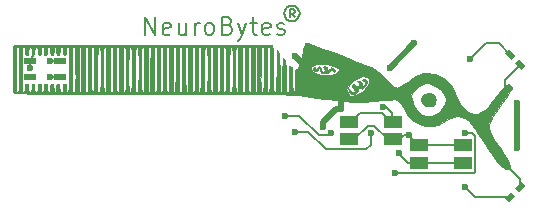
<source format=gbr>
G04 #@! TF.FileFunction,Copper,L1,Top,Signal*
%FSLAX46Y46*%
G04 Gerber Fmt 4.6, Leading zero omitted, Abs format (unit mm)*
G04 Created by KiCad (PCBNEW 4.0.5-e0-6337~49~ubuntu14.04.1) date Tue May 23 16:53:46 2017*
%MOMM*%
%LPD*%
G01*
G04 APERTURE LIST*
%ADD10C,0.100000*%
%ADD11C,0.140000*%
%ADD12C,0.210000*%
%ADD13C,0.010000*%
%ADD14R,1.000000X0.600000*%
%ADD15R,1.500000X1.100000*%
%ADD16C,0.600000*%
%ADD17C,0.200000*%
%ADD18C,0.500000*%
G04 APERTURE END LIST*
D10*
D11*
X189138095Y-91609524D02*
X188900000Y-91323810D01*
X188709524Y-91609524D02*
X188709524Y-90942857D01*
X188995238Y-90942857D01*
X189090476Y-90990476D01*
X189138095Y-91085714D01*
X189138095Y-91180952D01*
X189090476Y-91276190D01*
X188995238Y-91323810D01*
X188709524Y-91323810D01*
X188900000Y-90609524D02*
X188661905Y-90657143D01*
X188423809Y-90800000D01*
X188280952Y-91038095D01*
X188233333Y-91276190D01*
X188280952Y-91514286D01*
X188423809Y-91752381D01*
X188661905Y-91895238D01*
X188900000Y-91942857D01*
X189138095Y-91895238D01*
X189376190Y-91752381D01*
X189519047Y-91514286D01*
X189566667Y-91276190D01*
X189519047Y-91038095D01*
X189376190Y-90800000D01*
X189138095Y-90657143D01*
X188900000Y-90609524D01*
D12*
X176457143Y-93078571D02*
X176457143Y-91578571D01*
X177314286Y-93078571D01*
X177314286Y-91578571D01*
X178600000Y-93007143D02*
X178457143Y-93078571D01*
X178171429Y-93078571D01*
X178028572Y-93007143D01*
X177957143Y-92864286D01*
X177957143Y-92292857D01*
X178028572Y-92150000D01*
X178171429Y-92078571D01*
X178457143Y-92078571D01*
X178600000Y-92150000D01*
X178671429Y-92292857D01*
X178671429Y-92435714D01*
X177957143Y-92578571D01*
X179957143Y-92078571D02*
X179957143Y-93078571D01*
X179314286Y-92078571D02*
X179314286Y-92864286D01*
X179385714Y-93007143D01*
X179528572Y-93078571D01*
X179742857Y-93078571D01*
X179885714Y-93007143D01*
X179957143Y-92935714D01*
X180671429Y-93078571D02*
X180671429Y-92078571D01*
X180671429Y-92364286D02*
X180742857Y-92221429D01*
X180814286Y-92150000D01*
X180957143Y-92078571D01*
X181100000Y-92078571D01*
X181814286Y-93078571D02*
X181671428Y-93007143D01*
X181600000Y-92935714D01*
X181528571Y-92792857D01*
X181528571Y-92364286D01*
X181600000Y-92221429D01*
X181671428Y-92150000D01*
X181814286Y-92078571D01*
X182028571Y-92078571D01*
X182171428Y-92150000D01*
X182242857Y-92221429D01*
X182314286Y-92364286D01*
X182314286Y-92792857D01*
X182242857Y-92935714D01*
X182171428Y-93007143D01*
X182028571Y-93078571D01*
X181814286Y-93078571D01*
X183457143Y-92292857D02*
X183671429Y-92364286D01*
X183742857Y-92435714D01*
X183814286Y-92578571D01*
X183814286Y-92792857D01*
X183742857Y-92935714D01*
X183671429Y-93007143D01*
X183528571Y-93078571D01*
X182957143Y-93078571D01*
X182957143Y-91578571D01*
X183457143Y-91578571D01*
X183600000Y-91650000D01*
X183671429Y-91721429D01*
X183742857Y-91864286D01*
X183742857Y-92007143D01*
X183671429Y-92150000D01*
X183600000Y-92221429D01*
X183457143Y-92292857D01*
X182957143Y-92292857D01*
X184314286Y-92078571D02*
X184671429Y-93078571D01*
X185028571Y-92078571D02*
X184671429Y-93078571D01*
X184528571Y-93435714D01*
X184457143Y-93507143D01*
X184314286Y-93578571D01*
X185385714Y-92078571D02*
X185957143Y-92078571D01*
X185600000Y-91578571D02*
X185600000Y-92864286D01*
X185671428Y-93007143D01*
X185814286Y-93078571D01*
X185957143Y-93078571D01*
X187028571Y-93007143D02*
X186885714Y-93078571D01*
X186600000Y-93078571D01*
X186457143Y-93007143D01*
X186385714Y-92864286D01*
X186385714Y-92292857D01*
X186457143Y-92150000D01*
X186600000Y-92078571D01*
X186885714Y-92078571D01*
X187028571Y-92150000D01*
X187100000Y-92292857D01*
X187100000Y-92435714D01*
X186385714Y-92578571D01*
X187671428Y-93007143D02*
X187814285Y-93078571D01*
X188100000Y-93078571D01*
X188242857Y-93007143D01*
X188314285Y-92864286D01*
X188314285Y-92792857D01*
X188242857Y-92650000D01*
X188100000Y-92578571D01*
X187885714Y-92578571D01*
X187742857Y-92507143D01*
X187671428Y-92364286D01*
X187671428Y-92292857D01*
X187742857Y-92150000D01*
X187885714Y-92078571D01*
X188100000Y-92078571D01*
X188242857Y-92150000D01*
D13*
G36*
X190252355Y-93783769D02*
X190464040Y-93851718D01*
X190689496Y-93933929D01*
X191566119Y-94268448D01*
X192351029Y-94569219D01*
X193047826Y-94837672D01*
X193660112Y-95075239D01*
X194191490Y-95283352D01*
X194645559Y-95463441D01*
X195025923Y-95616938D01*
X195336181Y-95745274D01*
X195579936Y-95849881D01*
X195760790Y-95932189D01*
X195882343Y-95993631D01*
X195905524Y-96006864D01*
X196145881Y-96174622D01*
X196441999Y-96426330D01*
X196794161Y-96762232D01*
X196896124Y-96864591D01*
X197155943Y-97121409D01*
X197374853Y-97324668D01*
X197545011Y-97467509D01*
X197658575Y-97543073D01*
X197682103Y-97552029D01*
X197820306Y-97560949D01*
X197983276Y-97520464D01*
X198181685Y-97425135D01*
X198426204Y-97269525D01*
X198727503Y-97048195D01*
X198835600Y-96964214D01*
X199130142Y-96740073D01*
X199373674Y-96576634D01*
X199589560Y-96465380D01*
X199801163Y-96397796D01*
X200031845Y-96365363D01*
X200304969Y-96359566D01*
X200480481Y-96364596D01*
X200728965Y-96377428D01*
X200911656Y-96398576D01*
X201064359Y-96436304D01*
X201222881Y-96498880D01*
X201375600Y-96571233D01*
X201748005Y-96778912D01*
X202049739Y-97009727D01*
X202297803Y-97282773D01*
X202509195Y-97617145D01*
X202700917Y-98031938D01*
X202721340Y-98082800D01*
X202844653Y-98387479D01*
X202946205Y-98618519D01*
X203038539Y-98797913D01*
X203134201Y-98947654D01*
X203245733Y-99089736D01*
X203383557Y-99243860D01*
X203695204Y-99529771D01*
X204006933Y-99714118D01*
X204319115Y-99796935D01*
X204632122Y-99778258D01*
X204946323Y-99658123D01*
X205262092Y-99436564D01*
X205277217Y-99423446D01*
X205393895Y-99307113D01*
X205554871Y-99126691D01*
X205744837Y-98900368D01*
X205948483Y-98646332D01*
X206128316Y-98412349D01*
X206409344Y-98045586D01*
X206642039Y-97758058D01*
X206832655Y-97543310D01*
X206987447Y-97394888D01*
X207112669Y-97306337D01*
X207214578Y-97271203D01*
X207235272Y-97270000D01*
X207363383Y-97308925D01*
X207471335Y-97402765D01*
X207520987Y-97517116D01*
X207521284Y-97528000D01*
X207500474Y-97631886D01*
X207437552Y-97774932D01*
X207327748Y-97964767D01*
X207166296Y-98209023D01*
X206948428Y-98515331D01*
X206670098Y-98890362D01*
X206336725Y-99343334D01*
X206069523Y-99732260D01*
X205864998Y-100067051D01*
X205719657Y-100357619D01*
X205630008Y-100613875D01*
X205592557Y-100845729D01*
X205603811Y-101063092D01*
X205660279Y-101275876D01*
X205754899Y-101487186D01*
X205840235Y-101636523D01*
X205971330Y-101848364D01*
X206135100Y-102102387D01*
X206318466Y-102378268D01*
X206490638Y-102630186D01*
X206677155Y-102903196D01*
X206852932Y-103167813D01*
X207005797Y-103405155D01*
X207123579Y-103596344D01*
X207191687Y-103717621D01*
X207296110Y-103974730D01*
X207332789Y-104187908D01*
X207300887Y-104345910D01*
X207243525Y-104413297D01*
X207125234Y-104472585D01*
X207002681Y-104465730D01*
X206851896Y-104387996D01*
X206752012Y-104316192D01*
X206647145Y-104229732D01*
X206536963Y-104124283D01*
X206416692Y-103993222D01*
X206281558Y-103829929D01*
X206126786Y-103627782D01*
X205947601Y-103380162D01*
X205739231Y-103080445D01*
X205496900Y-102722013D01*
X205215835Y-102298242D01*
X204891260Y-101802513D01*
X204518402Y-101228205D01*
X204457627Y-101134273D01*
X204165476Y-100731179D01*
X203864017Y-100407557D01*
X203559784Y-100168470D01*
X203259307Y-100018977D01*
X202969119Y-99964138D01*
X202947061Y-99963988D01*
X202856496Y-99967727D01*
X202767730Y-99981628D01*
X202666617Y-100011755D01*
X202539013Y-100064170D01*
X202370776Y-100144935D01*
X202147761Y-100260113D01*
X201855825Y-100415766D01*
X201710288Y-100494113D01*
X201468615Y-100622002D01*
X201288442Y-100708420D01*
X201143140Y-100762449D01*
X201006081Y-100793176D01*
X200850638Y-100809683D01*
X200770488Y-100814730D01*
X200314281Y-100798185D01*
X199863921Y-100693209D01*
X199401704Y-100495606D01*
X199382998Y-100485862D01*
X199052790Y-100275009D01*
X198780965Y-100012514D01*
X198548627Y-99678328D01*
X198450572Y-99496529D01*
X198276150Y-99169003D01*
X198122699Y-98926160D01*
X197980969Y-98755677D01*
X197841712Y-98645237D01*
X197791167Y-98618165D01*
X197719958Y-98587182D01*
X197648246Y-98567153D01*
X197559206Y-98558458D01*
X197436009Y-98561477D01*
X197261827Y-98576590D01*
X197019833Y-98604177D01*
X196709378Y-98642589D01*
X195808974Y-98736899D01*
X194968881Y-98783631D01*
X194159382Y-98782294D01*
X193350758Y-98732399D01*
X192513292Y-98633455D01*
X192079200Y-98566223D01*
X191580963Y-98486139D01*
X191066582Y-98408684D01*
X190512400Y-98330476D01*
X189894764Y-98248134D01*
X189488400Y-98195912D01*
X189409201Y-98186924D01*
X189315718Y-98178587D01*
X189203963Y-98170867D01*
X189069947Y-98163734D01*
X188909682Y-98157155D01*
X188719179Y-98151099D01*
X188494449Y-98145534D01*
X188231505Y-98140428D01*
X187926357Y-98135750D01*
X187575018Y-98131467D01*
X187173498Y-98127548D01*
X186717809Y-98123961D01*
X186203962Y-98120675D01*
X185627970Y-98117658D01*
X184985843Y-98114877D01*
X184273594Y-98112302D01*
X183487232Y-98109900D01*
X182622771Y-98107640D01*
X181676221Y-98105489D01*
X180643595Y-98103417D01*
X179520902Y-98101391D01*
X178304156Y-98099380D01*
X177136318Y-98097573D01*
X175844256Y-98095584D01*
X174649961Y-98093645D01*
X173549598Y-98091722D01*
X172539334Y-98089783D01*
X171615335Y-98087795D01*
X170773767Y-98085726D01*
X170010797Y-98083544D01*
X169322590Y-98081214D01*
X168705313Y-98078706D01*
X168155132Y-98075986D01*
X167668214Y-98073022D01*
X167240724Y-98069781D01*
X166868829Y-98066230D01*
X166548696Y-98062337D01*
X166276490Y-98058069D01*
X166048377Y-98053394D01*
X165860524Y-98048279D01*
X165709098Y-98042692D01*
X165590264Y-98036599D01*
X165500188Y-98029969D01*
X165435037Y-98022768D01*
X165390978Y-98014964D01*
X165364175Y-98006524D01*
X165350797Y-97997416D01*
X165350718Y-97997321D01*
X165332458Y-97956782D01*
X165317565Y-97877651D01*
X165305741Y-97751187D01*
X165296689Y-97568649D01*
X165290109Y-97321296D01*
X165285704Y-97000388D01*
X165284383Y-96789667D01*
X165519476Y-96789667D01*
X165519923Y-97138531D01*
X165521696Y-97432603D01*
X165524728Y-97660011D01*
X165528947Y-97808886D01*
X165533950Y-97866656D01*
X165599508Y-97924718D01*
X165698110Y-97910503D01*
X165754640Y-97869439D01*
X165769036Y-97805757D01*
X165781678Y-97654673D01*
X165792505Y-97430372D01*
X165801454Y-97147038D01*
X165808464Y-96818855D01*
X165813474Y-96460008D01*
X165816422Y-96084681D01*
X165817247Y-95707058D01*
X165816924Y-95620050D01*
X166016890Y-95620050D01*
X166017331Y-95996311D01*
X166019952Y-96373610D01*
X166024684Y-96737759D01*
X166031462Y-97074566D01*
X166040217Y-97369843D01*
X166050882Y-97609400D01*
X166063391Y-97779048D01*
X166077675Y-97864596D01*
X166081242Y-97870922D01*
X166176937Y-97932641D01*
X166246973Y-97899207D01*
X166292338Y-97769300D01*
X166313221Y-97561574D01*
X166323563Y-97379914D01*
X166340641Y-97277337D01*
X166373629Y-97231353D01*
X166431704Y-97219476D01*
X166452921Y-97219200D01*
X166519835Y-97225244D01*
X166557175Y-97258633D01*
X166573540Y-97342249D01*
X166577529Y-97498977D01*
X166577600Y-97550994D01*
X166583349Y-97741453D01*
X166603950Y-97852689D01*
X166644431Y-97906601D01*
X166661146Y-97914848D01*
X166757611Y-97907547D01*
X166830495Y-97812293D01*
X166873477Y-97641254D01*
X166882400Y-97488890D01*
X166887135Y-97330867D01*
X166907474Y-97249829D01*
X166952612Y-97221363D01*
X166984000Y-97219200D01*
X167041206Y-97230549D01*
X167071859Y-97280222D01*
X167083932Y-97391654D01*
X167085600Y-97517779D01*
X167104944Y-97743393D01*
X167161925Y-97879968D01*
X167254965Y-97924772D01*
X167313553Y-97912277D01*
X167358245Y-97866153D01*
X167382511Y-97758375D01*
X167390361Y-97570083D01*
X167390400Y-97550994D01*
X167392671Y-97372921D01*
X167405217Y-97273552D01*
X167436638Y-97230002D01*
X167495532Y-97219388D01*
X167515078Y-97219200D01*
X167581477Y-97225701D01*
X167620341Y-97260188D01*
X167640826Y-97345130D01*
X167652086Y-97503001D01*
X167654778Y-97562100D01*
X167666099Y-97745443D01*
X167684834Y-97849098D01*
X167718436Y-97894975D01*
X167771400Y-97905000D01*
X167826210Y-97893900D01*
X167859021Y-97845994D01*
X167877285Y-97739370D01*
X167888021Y-97562100D01*
X167898350Y-97380269D01*
X167915389Y-97277538D01*
X167948294Y-97231433D01*
X168006220Y-97219485D01*
X168027721Y-97219200D01*
X168097384Y-97226141D01*
X168134684Y-97263010D01*
X168149673Y-97353877D01*
X168152400Y-97517779D01*
X168171744Y-97743393D01*
X168228725Y-97879968D01*
X168321765Y-97924772D01*
X168380353Y-97912277D01*
X168425045Y-97866153D01*
X168449311Y-97758375D01*
X168457161Y-97570083D01*
X168457200Y-97550994D01*
X168459471Y-97372921D01*
X168472017Y-97273552D01*
X168503438Y-97230002D01*
X168562332Y-97219388D01*
X168581878Y-97219200D01*
X168648277Y-97225701D01*
X168687141Y-97260188D01*
X168707626Y-97345130D01*
X168718886Y-97503001D01*
X168721578Y-97562100D01*
X168732899Y-97745443D01*
X168751634Y-97849098D01*
X168785236Y-97894975D01*
X168838200Y-97905000D01*
X168893010Y-97893900D01*
X168925821Y-97845994D01*
X168944085Y-97739370D01*
X168954821Y-97562100D01*
X168965150Y-97380269D01*
X168982189Y-97277538D01*
X169015094Y-97231433D01*
X169073020Y-97219485D01*
X169094521Y-97219200D01*
X169164790Y-97226389D01*
X169202166Y-97264167D01*
X169217093Y-97356854D01*
X169219977Y-97511300D01*
X169231323Y-97732199D01*
X169267424Y-97865157D01*
X169333525Y-97921938D01*
X169403087Y-97922173D01*
X169455703Y-97896744D01*
X169487577Y-97830359D01*
X169505613Y-97700502D01*
X169513621Y-97561574D01*
X169524042Y-97379840D01*
X169541243Y-97277216D01*
X169574236Y-97231238D01*
X169632036Y-97219441D01*
X169651000Y-97219200D01*
X169716208Y-97226037D01*
X169754437Y-97261516D01*
X169774679Y-97348085D01*
X169785928Y-97508192D01*
X169788378Y-97562100D01*
X169799699Y-97745443D01*
X169818434Y-97849098D01*
X169852036Y-97894975D01*
X169905000Y-97905000D01*
X169931216Y-97902327D01*
X169952575Y-97887907D01*
X169969662Y-97852134D01*
X169983058Y-97785404D01*
X169993348Y-97678114D01*
X170001114Y-97520657D01*
X170006940Y-97303431D01*
X170011409Y-97016829D01*
X170013710Y-96789145D01*
X170294676Y-96789145D01*
X170295122Y-97138095D01*
X170296895Y-97432258D01*
X170299924Y-97659765D01*
X170304142Y-97808750D01*
X170309150Y-97866656D01*
X170373946Y-97926693D01*
X170467018Y-97922224D01*
X170545854Y-97861617D01*
X170565903Y-97816100D01*
X170572028Y-97739753D01*
X170576883Y-97574313D01*
X170580378Y-97332283D01*
X170582421Y-97026161D01*
X170582923Y-96668449D01*
X170581794Y-96271648D01*
X170579982Y-95988000D01*
X170844800Y-95988000D01*
X170845733Y-96414884D01*
X170848392Y-96809553D01*
X170852561Y-97160525D01*
X170858026Y-97456320D01*
X170864574Y-97685457D01*
X170871990Y-97836455D01*
X170880061Y-97897832D01*
X170880422Y-97898289D01*
X170956133Y-97921762D01*
X170994722Y-97918760D01*
X171015285Y-97905333D01*
X171031979Y-97867490D01*
X171045195Y-97795810D01*
X171055326Y-97680874D01*
X171062763Y-97513265D01*
X171067895Y-97283562D01*
X171071116Y-96982347D01*
X171071975Y-96789145D01*
X171361476Y-96789145D01*
X171361922Y-97138095D01*
X171363695Y-97432258D01*
X171366724Y-97659765D01*
X171370942Y-97808750D01*
X171375950Y-97866656D01*
X171441010Y-97924454D01*
X171537006Y-97911900D01*
X171601228Y-97860912D01*
X171617763Y-97805241D01*
X171630621Y-97678989D01*
X171639931Y-97476738D01*
X171645819Y-97193069D01*
X171648412Y-96822562D01*
X171647837Y-96359799D01*
X171645662Y-95988000D01*
X171911600Y-95988000D01*
X171912533Y-96414884D01*
X171915192Y-96809553D01*
X171919361Y-97160525D01*
X171924826Y-97456320D01*
X171931374Y-97685457D01*
X171938790Y-97836455D01*
X171946861Y-97897832D01*
X171947222Y-97898289D01*
X172022933Y-97921762D01*
X172061522Y-97918760D01*
X172082085Y-97905333D01*
X172098779Y-97867490D01*
X172111995Y-97795810D01*
X172122126Y-97680874D01*
X172129563Y-97513265D01*
X172134695Y-97283562D01*
X172137916Y-96982347D01*
X172138773Y-96789667D01*
X172428276Y-96789667D01*
X172428723Y-97138531D01*
X172430496Y-97432603D01*
X172433528Y-97660011D01*
X172437747Y-97808886D01*
X172442750Y-97866656D01*
X172508308Y-97924718D01*
X172606910Y-97910503D01*
X172663440Y-97869439D01*
X172677836Y-97805757D01*
X172690478Y-97654673D01*
X172701305Y-97430372D01*
X172710254Y-97147038D01*
X172717264Y-96818855D01*
X172722274Y-96460008D01*
X172725222Y-96084681D01*
X172725944Y-95754034D01*
X172926669Y-95754034D01*
X172928277Y-96130358D01*
X172931714Y-96502784D01*
X172936893Y-96856708D01*
X172943727Y-97177527D01*
X172952128Y-97450637D01*
X172962010Y-97661434D01*
X172973285Y-97795314D01*
X172981827Y-97835204D01*
X173057981Y-97908898D01*
X173121527Y-97920069D01*
X173143744Y-97909042D01*
X173161767Y-97878980D01*
X173176031Y-97820283D01*
X173186968Y-97723349D01*
X173195010Y-97578577D01*
X173200592Y-97376367D01*
X173204145Y-97107116D01*
X173205941Y-96789667D01*
X173495076Y-96789667D01*
X173495523Y-97138531D01*
X173497296Y-97432603D01*
X173500328Y-97660011D01*
X173504547Y-97808886D01*
X173509550Y-97866656D01*
X173575108Y-97924718D01*
X173673710Y-97910503D01*
X173730240Y-97869439D01*
X173744636Y-97805757D01*
X173757278Y-97654673D01*
X173768105Y-97430372D01*
X173777054Y-97147038D01*
X173784064Y-96818855D01*
X173789074Y-96460008D01*
X173792022Y-96084681D01*
X173792145Y-96027940D01*
X173995177Y-96027940D01*
X173995414Y-96521365D01*
X173997257Y-96922464D01*
X174001693Y-97240507D01*
X174009710Y-97484765D01*
X174022296Y-97664509D01*
X174040438Y-97789010D01*
X174065123Y-97867539D01*
X174097339Y-97909368D01*
X174138073Y-97923767D01*
X174188313Y-97920007D01*
X174196542Y-97918486D01*
X174216770Y-97904426D01*
X174233195Y-97864574D01*
X174246199Y-97789567D01*
X174256166Y-97670042D01*
X174263476Y-97496636D01*
X174268512Y-97259986D01*
X174271656Y-96950728D01*
X174272328Y-96789667D01*
X174561876Y-96789667D01*
X174562323Y-97138531D01*
X174564096Y-97432603D01*
X174567128Y-97660011D01*
X174571347Y-97808886D01*
X174576350Y-97866656D01*
X174641908Y-97924718D01*
X174740510Y-97910503D01*
X174797040Y-97869439D01*
X174811436Y-97805757D01*
X174824078Y-97654673D01*
X174834905Y-97430372D01*
X174843854Y-97147038D01*
X174850864Y-96818855D01*
X174855874Y-96460008D01*
X174858822Y-96084681D01*
X174858945Y-96027940D01*
X175061977Y-96027940D01*
X175062214Y-96521365D01*
X175064057Y-96922464D01*
X175068493Y-97240507D01*
X175076510Y-97484765D01*
X175089096Y-97664509D01*
X175107238Y-97789010D01*
X175131923Y-97867539D01*
X175164139Y-97909368D01*
X175204873Y-97923767D01*
X175255113Y-97920007D01*
X175263342Y-97918486D01*
X175283570Y-97904426D01*
X175299995Y-97864574D01*
X175312999Y-97789567D01*
X175322966Y-97670042D01*
X175330276Y-97496636D01*
X175335312Y-97259986D01*
X175338456Y-96950728D01*
X175339128Y-96789667D01*
X175628676Y-96789667D01*
X175629123Y-97138531D01*
X175630896Y-97432603D01*
X175633928Y-97660011D01*
X175638147Y-97808886D01*
X175643150Y-97866656D01*
X175706247Y-97925309D01*
X175795671Y-97911257D01*
X175872212Y-97832139D01*
X175885112Y-97758310D01*
X175896236Y-97597937D01*
X175905553Y-97365462D01*
X175913034Y-97075325D01*
X175918648Y-96741967D01*
X175922365Y-96379829D01*
X175924039Y-96027940D01*
X176128777Y-96027940D01*
X176129014Y-96521365D01*
X176130857Y-96922464D01*
X176135293Y-97240507D01*
X176143310Y-97484765D01*
X176155896Y-97664509D01*
X176174038Y-97789010D01*
X176198723Y-97867539D01*
X176230939Y-97909368D01*
X176271673Y-97923767D01*
X176321913Y-97920007D01*
X176330142Y-97918486D01*
X176350370Y-97904426D01*
X176366795Y-97864574D01*
X176379799Y-97789567D01*
X176389766Y-97670042D01*
X176397076Y-97496636D01*
X176402112Y-97259986D01*
X176405256Y-96950728D01*
X176405928Y-96789705D01*
X176695626Y-96789705D01*
X176696245Y-97139158D01*
X176698246Y-97433930D01*
X176701549Y-97662121D01*
X176706075Y-97811833D01*
X176711391Y-97870410D01*
X176775522Y-97919605D01*
X176826346Y-97920770D01*
X176849410Y-97910512D01*
X176868271Y-97883086D01*
X176883442Y-97828888D01*
X176895438Y-97738312D01*
X176904772Y-97601752D01*
X176911960Y-97409604D01*
X176917515Y-97152263D01*
X176921151Y-96880017D01*
X177202718Y-96880017D01*
X177204915Y-97206135D01*
X177211117Y-97458025D01*
X177222196Y-97644808D01*
X177239024Y-97775604D01*
X177262472Y-97859533D01*
X177293413Y-97905718D01*
X177332719Y-97923278D01*
X177381262Y-97921334D01*
X177393328Y-97919183D01*
X177414419Y-97906634D01*
X177431536Y-97871601D01*
X177445087Y-97804591D01*
X177455475Y-97696111D01*
X177463106Y-97536669D01*
X177468385Y-97316774D01*
X177471718Y-97026931D01*
X177472868Y-96789705D01*
X177762426Y-96789705D01*
X177763045Y-97139158D01*
X177765046Y-97433930D01*
X177768349Y-97662121D01*
X177772875Y-97811833D01*
X177778191Y-97870410D01*
X177842322Y-97919605D01*
X177893146Y-97920770D01*
X177916210Y-97910512D01*
X177935071Y-97883086D01*
X177950242Y-97828888D01*
X177962238Y-97738312D01*
X177971572Y-97601752D01*
X177978760Y-97409604D01*
X177984315Y-97152263D01*
X177988751Y-96820122D01*
X177989535Y-96734800D01*
X178269537Y-96734800D01*
X178270420Y-97084834D01*
X178272860Y-97381184D01*
X178276761Y-97611319D01*
X178282029Y-97762709D01*
X178287324Y-97819397D01*
X178338347Y-97909267D01*
X178428495Y-97920997D01*
X178541000Y-97905000D01*
X178541000Y-94145800D01*
X178287000Y-94145800D01*
X178272828Y-95923800D01*
X178270308Y-96343612D01*
X178269537Y-96734800D01*
X177989535Y-96734800D01*
X177992583Y-96403578D01*
X177995521Y-96008401D01*
X178008792Y-94120400D01*
X178820400Y-94120400D01*
X178820400Y-95991533D01*
X178821335Y-96418005D01*
X178823998Y-96812253D01*
X178828174Y-97162786D01*
X178833649Y-97458111D01*
X178840207Y-97686736D01*
X178847635Y-97837167D01*
X178855716Y-97897914D01*
X178856022Y-97898289D01*
X178931735Y-97921769D01*
X178970322Y-97918772D01*
X178990906Y-97905057D01*
X179007825Y-97866357D01*
X179021532Y-97793307D01*
X179032479Y-97676544D01*
X179041118Y-97506706D01*
X179047899Y-97274429D01*
X179053276Y-96970350D01*
X179055356Y-96789145D01*
X179337076Y-96789145D01*
X179337522Y-97138095D01*
X179339295Y-97432258D01*
X179342324Y-97659765D01*
X179346542Y-97808750D01*
X179351550Y-97866656D01*
X179416346Y-97926693D01*
X179509418Y-97922224D01*
X179588254Y-97861617D01*
X179608303Y-97816100D01*
X179614428Y-97739753D01*
X179619283Y-97574313D01*
X179622778Y-97332283D01*
X179624821Y-97026161D01*
X179625323Y-96668449D01*
X179624194Y-96271648D01*
X179622382Y-95988000D01*
X179887200Y-95988000D01*
X179888133Y-96414884D01*
X179890792Y-96809553D01*
X179894961Y-97160525D01*
X179900426Y-97456320D01*
X179906974Y-97685457D01*
X179914390Y-97836455D01*
X179922461Y-97897832D01*
X179922822Y-97898289D01*
X179998533Y-97921762D01*
X180037122Y-97918760D01*
X180057685Y-97905333D01*
X180074379Y-97867490D01*
X180087595Y-97795810D01*
X180097726Y-97680874D01*
X180105163Y-97513265D01*
X180110295Y-97283562D01*
X180113516Y-96982347D01*
X180114375Y-96789145D01*
X180403876Y-96789145D01*
X180404322Y-97138095D01*
X180406095Y-97432258D01*
X180409124Y-97659765D01*
X180413342Y-97808750D01*
X180418350Y-97866656D01*
X180483410Y-97924454D01*
X180579406Y-97911900D01*
X180643628Y-97860912D01*
X180660163Y-97805241D01*
X180673021Y-97678989D01*
X180682331Y-97476738D01*
X180688219Y-97193069D01*
X180690812Y-96822562D01*
X180690237Y-96359799D01*
X180688062Y-95988000D01*
X180954000Y-95988000D01*
X180954933Y-96414884D01*
X180957592Y-96809553D01*
X180961761Y-97160525D01*
X180967226Y-97456320D01*
X180973774Y-97685457D01*
X180981190Y-97836455D01*
X180989261Y-97897832D01*
X180989622Y-97898289D01*
X181065333Y-97921762D01*
X181103922Y-97918760D01*
X181124485Y-97905333D01*
X181141179Y-97867490D01*
X181154395Y-97795810D01*
X181164526Y-97680874D01*
X181171963Y-97513265D01*
X181177095Y-97283562D01*
X181180316Y-96982347D01*
X181181173Y-96789667D01*
X181470676Y-96789667D01*
X181471123Y-97138531D01*
X181472896Y-97432603D01*
X181475928Y-97660011D01*
X181480147Y-97808886D01*
X181485150Y-97866656D01*
X181550708Y-97924718D01*
X181649310Y-97910503D01*
X181705840Y-97869439D01*
X181720236Y-97805757D01*
X181732878Y-97654673D01*
X181743705Y-97430372D01*
X181752654Y-97147038D01*
X181759664Y-96818855D01*
X181764674Y-96460008D01*
X181767622Y-96084681D01*
X181768344Y-95754034D01*
X181969069Y-95754034D01*
X181970677Y-96130358D01*
X181974114Y-96502784D01*
X181979293Y-96856708D01*
X181986127Y-97177527D01*
X181994528Y-97450637D01*
X182004410Y-97661434D01*
X182015685Y-97795314D01*
X182024227Y-97835204D01*
X182100381Y-97908898D01*
X182163927Y-97920069D01*
X182186144Y-97909042D01*
X182204167Y-97878980D01*
X182218431Y-97820283D01*
X182229368Y-97723349D01*
X182237410Y-97578577D01*
X182242992Y-97376367D01*
X182246545Y-97107116D01*
X182248341Y-96789667D01*
X182537476Y-96789667D01*
X182537923Y-97138531D01*
X182539696Y-97432603D01*
X182542728Y-97660011D01*
X182546947Y-97808886D01*
X182551950Y-97866656D01*
X182617508Y-97924718D01*
X182716110Y-97910503D01*
X182772640Y-97869439D01*
X182787036Y-97805757D01*
X182799678Y-97654673D01*
X182810505Y-97430372D01*
X182819454Y-97147038D01*
X182826464Y-96818855D01*
X182831474Y-96460008D01*
X182834422Y-96084681D01*
X182834545Y-96027940D01*
X183037577Y-96027940D01*
X183037814Y-96521365D01*
X183039657Y-96922464D01*
X183044093Y-97240507D01*
X183052110Y-97484765D01*
X183064696Y-97664509D01*
X183082838Y-97789010D01*
X183107523Y-97867539D01*
X183139739Y-97909368D01*
X183180473Y-97923767D01*
X183230713Y-97920007D01*
X183238942Y-97918486D01*
X183259170Y-97904426D01*
X183275595Y-97864574D01*
X183288599Y-97789567D01*
X183298566Y-97670042D01*
X183305876Y-97496636D01*
X183310912Y-97259986D01*
X183314056Y-96950728D01*
X183314728Y-96789667D01*
X183604276Y-96789667D01*
X183604723Y-97138531D01*
X183606496Y-97432603D01*
X183609528Y-97660011D01*
X183613747Y-97808886D01*
X183618750Y-97866656D01*
X183684308Y-97924718D01*
X183782910Y-97910503D01*
X183839440Y-97869439D01*
X183853836Y-97805757D01*
X183866478Y-97654673D01*
X183877305Y-97430372D01*
X183886254Y-97147038D01*
X183893264Y-96818855D01*
X183898274Y-96460008D01*
X183901222Y-96084681D01*
X183901345Y-96027940D01*
X184104377Y-96027940D01*
X184104614Y-96521365D01*
X184106457Y-96922464D01*
X184110893Y-97240507D01*
X184118910Y-97484765D01*
X184131496Y-97664509D01*
X184149638Y-97789010D01*
X184174323Y-97867539D01*
X184206539Y-97909368D01*
X184247273Y-97923767D01*
X184297513Y-97920007D01*
X184305742Y-97918486D01*
X184325970Y-97904426D01*
X184342395Y-97864574D01*
X184355399Y-97789567D01*
X184365366Y-97670042D01*
X184372676Y-97496636D01*
X184377712Y-97259986D01*
X184380856Y-96950728D01*
X184381528Y-96789667D01*
X184671076Y-96789667D01*
X184671523Y-97138531D01*
X184673296Y-97432603D01*
X184676328Y-97660011D01*
X184680547Y-97808886D01*
X184685550Y-97866656D01*
X184748647Y-97925309D01*
X184838071Y-97911257D01*
X184914612Y-97832139D01*
X184927512Y-97758310D01*
X184938636Y-97597937D01*
X184947953Y-97365462D01*
X184955434Y-97075325D01*
X184961048Y-96741967D01*
X184964765Y-96379829D01*
X184966439Y-96027940D01*
X185171177Y-96027940D01*
X185171414Y-96521365D01*
X185173257Y-96922464D01*
X185177693Y-97240507D01*
X185185710Y-97484765D01*
X185198296Y-97664509D01*
X185216438Y-97789010D01*
X185241123Y-97867539D01*
X185273339Y-97909368D01*
X185314073Y-97923767D01*
X185364313Y-97920007D01*
X185372542Y-97918486D01*
X185392770Y-97904426D01*
X185409195Y-97864574D01*
X185422199Y-97789567D01*
X185432166Y-97670042D01*
X185439476Y-97496636D01*
X185444512Y-97259986D01*
X185447656Y-96950728D01*
X185448328Y-96789705D01*
X185738026Y-96789705D01*
X185738645Y-97139158D01*
X185740646Y-97433930D01*
X185743949Y-97662121D01*
X185748475Y-97811833D01*
X185753791Y-97870410D01*
X185817922Y-97919605D01*
X185868746Y-97920770D01*
X185891810Y-97910512D01*
X185910671Y-97883086D01*
X185925842Y-97828888D01*
X185937838Y-97738312D01*
X185947172Y-97601752D01*
X185954360Y-97409604D01*
X185959915Y-97152263D01*
X185963551Y-96880017D01*
X186245118Y-96880017D01*
X186247315Y-97206135D01*
X186253517Y-97458025D01*
X186264596Y-97644808D01*
X186281424Y-97775604D01*
X186304872Y-97859533D01*
X186335813Y-97905718D01*
X186375119Y-97923278D01*
X186423662Y-97921334D01*
X186435728Y-97919183D01*
X186456819Y-97906634D01*
X186473936Y-97871601D01*
X186487487Y-97804591D01*
X186497875Y-97696111D01*
X186505506Y-97536669D01*
X186510785Y-97316774D01*
X186514118Y-97026931D01*
X186515268Y-96789705D01*
X186804826Y-96789705D01*
X186805445Y-97139158D01*
X186807446Y-97433930D01*
X186810749Y-97662121D01*
X186815275Y-97811833D01*
X186820591Y-97870410D01*
X186884722Y-97919605D01*
X186935546Y-97920770D01*
X186958610Y-97910512D01*
X186977471Y-97883086D01*
X186992642Y-97828888D01*
X187004638Y-97738312D01*
X187013972Y-97601752D01*
X187021160Y-97409604D01*
X187026715Y-97152263D01*
X187031151Y-96820122D01*
X187034983Y-96403578D01*
X187037921Y-96008401D01*
X187051243Y-94113170D01*
X186936321Y-94129485D01*
X186821400Y-94145800D01*
X186808044Y-95974356D01*
X186805666Y-96397471D01*
X186804826Y-96789705D01*
X186515268Y-96789705D01*
X186515909Y-96657650D01*
X186516564Y-96199438D01*
X186516600Y-96024704D01*
X186516600Y-94145800D01*
X186262600Y-94145800D01*
X186249251Y-95968612D01*
X186246054Y-96470550D01*
X186245118Y-96880017D01*
X185963551Y-96880017D01*
X185964351Y-96820122D01*
X185968183Y-96403578D01*
X185971121Y-96008401D01*
X185984443Y-94113170D01*
X185869521Y-94129485D01*
X185754600Y-94145800D01*
X185741244Y-95974356D01*
X185738866Y-96397471D01*
X185738026Y-96789705D01*
X185448328Y-96789705D01*
X185449290Y-96559498D01*
X185449796Y-96076935D01*
X185449800Y-96025400D01*
X185449597Y-95538911D01*
X185448664Y-95144304D01*
X185446510Y-94831863D01*
X185442647Y-94591871D01*
X185436584Y-94414609D01*
X185427834Y-94290362D01*
X185415905Y-94209411D01*
X185400309Y-94162040D01*
X185380557Y-94138532D01*
X185356159Y-94129169D01*
X185354287Y-94128797D01*
X185254067Y-94144825D01*
X185215365Y-94178901D01*
X185205211Y-94244188D01*
X185195856Y-94398989D01*
X185187589Y-94631220D01*
X185180699Y-94928798D01*
X185175475Y-95279637D01*
X185172205Y-95671654D01*
X185171177Y-96027940D01*
X184966439Y-96027940D01*
X184966556Y-96003351D01*
X184966389Y-95626975D01*
X184964235Y-95265140D01*
X184960064Y-94932289D01*
X184953845Y-94642860D01*
X184945549Y-94411296D01*
X184935145Y-94252036D01*
X184922604Y-94179522D01*
X184922234Y-94178901D01*
X184841848Y-94129786D01*
X184783312Y-94128784D01*
X184758233Y-94137833D01*
X184737847Y-94160913D01*
X184721574Y-94207872D01*
X184708832Y-94288557D01*
X184699041Y-94412816D01*
X184691620Y-94590494D01*
X184685989Y-94831439D01*
X184681567Y-95145499D01*
X184677773Y-95542521D01*
X184674444Y-95975039D01*
X184672027Y-96397879D01*
X184671076Y-96789667D01*
X184381528Y-96789667D01*
X184382490Y-96559498D01*
X184382996Y-96076935D01*
X184383000Y-96025400D01*
X184382797Y-95538911D01*
X184381864Y-95144304D01*
X184379710Y-94831863D01*
X184375847Y-94591871D01*
X184369784Y-94414609D01*
X184361034Y-94290362D01*
X184349105Y-94209411D01*
X184333509Y-94162040D01*
X184313757Y-94138532D01*
X184289359Y-94129169D01*
X184287487Y-94128797D01*
X184187267Y-94144825D01*
X184148565Y-94178901D01*
X184138411Y-94244188D01*
X184129056Y-94398989D01*
X184120789Y-94631220D01*
X184113899Y-94928798D01*
X184108675Y-95279637D01*
X184105405Y-95671654D01*
X184104377Y-96027940D01*
X183901345Y-96027940D01*
X183902047Y-95707058D01*
X183900688Y-95341323D01*
X183897082Y-95001661D01*
X183891168Y-94702256D01*
X183882886Y-94457293D01*
X183872172Y-94280955D01*
X183858967Y-94187427D01*
X183855434Y-94178901D01*
X183775048Y-94129786D01*
X183716512Y-94128784D01*
X183691433Y-94137833D01*
X183671047Y-94160913D01*
X183654774Y-94207872D01*
X183642032Y-94288557D01*
X183632241Y-94412816D01*
X183624820Y-94590494D01*
X183619189Y-94831439D01*
X183614767Y-95145499D01*
X183610973Y-95542521D01*
X183607644Y-95975039D01*
X183605227Y-96397879D01*
X183604276Y-96789667D01*
X183314728Y-96789667D01*
X183315690Y-96559498D01*
X183316196Y-96076935D01*
X183316200Y-96025400D01*
X183315997Y-95538911D01*
X183315064Y-95144304D01*
X183312910Y-94831863D01*
X183309047Y-94591871D01*
X183302984Y-94414609D01*
X183294234Y-94290362D01*
X183282305Y-94209411D01*
X183266709Y-94162040D01*
X183246957Y-94138532D01*
X183222559Y-94129169D01*
X183220687Y-94128797D01*
X183120467Y-94144825D01*
X183081765Y-94178901D01*
X183071611Y-94244188D01*
X183062256Y-94398989D01*
X183053989Y-94631220D01*
X183047099Y-94928798D01*
X183041875Y-95279637D01*
X183038605Y-95671654D01*
X183037577Y-96027940D01*
X182834545Y-96027940D01*
X182835247Y-95707058D01*
X182833888Y-95341323D01*
X182830282Y-95001661D01*
X182824368Y-94702256D01*
X182816086Y-94457293D01*
X182805372Y-94280955D01*
X182792167Y-94187427D01*
X182788634Y-94178901D01*
X182708248Y-94129786D01*
X182649712Y-94128784D01*
X182624633Y-94137833D01*
X182604247Y-94160913D01*
X182587974Y-94207872D01*
X182575232Y-94288557D01*
X182565441Y-94412816D01*
X182558020Y-94590494D01*
X182552389Y-94831439D01*
X182547967Y-95145499D01*
X182544173Y-95542521D01*
X182540844Y-95975039D01*
X182538427Y-96397879D01*
X182537476Y-96789667D01*
X182248341Y-96789667D01*
X182248503Y-96761224D01*
X182249300Y-96329090D01*
X182249400Y-96024704D01*
X182249302Y-95538766D01*
X182248642Y-95144704D01*
X182246865Y-94832794D01*
X182243420Y-94593311D01*
X182237753Y-94416530D01*
X182229313Y-94292728D01*
X182217545Y-94212181D01*
X182201897Y-94165164D01*
X182181817Y-94141952D01*
X182156751Y-94132822D01*
X182141721Y-94130434D01*
X182045729Y-94150937D01*
X182002715Y-94232034D01*
X181991518Y-94325070D01*
X181982672Y-94501830D01*
X181976092Y-94747710D01*
X181971689Y-95048106D01*
X181969378Y-95388415D01*
X181969069Y-95754034D01*
X181768344Y-95754034D01*
X181768447Y-95707058D01*
X181767088Y-95341323D01*
X181763482Y-95001661D01*
X181757568Y-94702256D01*
X181749286Y-94457293D01*
X181738572Y-94280955D01*
X181725367Y-94187427D01*
X181721834Y-94178901D01*
X181641448Y-94129786D01*
X181582912Y-94128784D01*
X181557833Y-94137833D01*
X181537447Y-94160913D01*
X181521174Y-94207872D01*
X181508432Y-94288557D01*
X181498641Y-94412816D01*
X181491220Y-94590494D01*
X181485589Y-94831439D01*
X181481167Y-95145499D01*
X181477373Y-95542521D01*
X181474044Y-95975039D01*
X181471627Y-96397879D01*
X181470676Y-96789667D01*
X181181173Y-96789667D01*
X181182016Y-96600200D01*
X181182587Y-96127704D01*
X181182600Y-96024704D01*
X181182600Y-94145800D01*
X181068300Y-94129566D01*
X180954000Y-94113333D01*
X180954000Y-95988000D01*
X180688062Y-95988000D01*
X180687948Y-95968612D01*
X180674600Y-94145800D01*
X180420600Y-94145800D01*
X180407244Y-95974356D01*
X180404827Y-96397276D01*
X180403876Y-96789145D01*
X180114375Y-96789145D01*
X180115216Y-96600200D01*
X180115787Y-96127704D01*
X180115800Y-96024704D01*
X180115800Y-94145800D01*
X180001500Y-94129566D01*
X179887200Y-94113333D01*
X179887200Y-95988000D01*
X179622382Y-95988000D01*
X179621971Y-95923800D01*
X179607800Y-94145800D01*
X179353800Y-94145800D01*
X179340444Y-95974356D01*
X179338027Y-96397276D01*
X179337076Y-96789145D01*
X179055356Y-96789145D01*
X179057699Y-96585105D01*
X179061621Y-96109333D01*
X179062318Y-96012016D01*
X179075636Y-94120400D01*
X178820400Y-94120400D01*
X178008792Y-94120400D01*
X178008843Y-94113170D01*
X177893921Y-94129485D01*
X177779000Y-94145800D01*
X177765644Y-95974356D01*
X177763266Y-96397471D01*
X177762426Y-96789705D01*
X177472868Y-96789705D01*
X177473509Y-96657650D01*
X177474164Y-96199438D01*
X177474200Y-96024704D01*
X177474200Y-94145800D01*
X177220200Y-94145800D01*
X177206851Y-95968612D01*
X177203654Y-96470550D01*
X177202718Y-96880017D01*
X176921151Y-96880017D01*
X176921951Y-96820122D01*
X176925783Y-96403578D01*
X176928721Y-96008401D01*
X176942043Y-94113170D01*
X176827121Y-94129485D01*
X176712200Y-94145800D01*
X176698844Y-95974356D01*
X176696466Y-96397471D01*
X176695626Y-96789705D01*
X176405928Y-96789705D01*
X176406890Y-96559498D01*
X176407396Y-96076935D01*
X176407400Y-96025400D01*
X176407197Y-95538911D01*
X176406264Y-95144304D01*
X176404110Y-94831863D01*
X176400247Y-94591871D01*
X176394184Y-94414609D01*
X176385434Y-94290362D01*
X176373505Y-94209411D01*
X176357909Y-94162040D01*
X176338157Y-94138532D01*
X176313759Y-94129169D01*
X176311887Y-94128797D01*
X176211667Y-94144825D01*
X176172965Y-94178901D01*
X176162811Y-94244188D01*
X176153456Y-94398989D01*
X176145189Y-94631220D01*
X176138299Y-94928798D01*
X176133075Y-95279637D01*
X176129805Y-95671654D01*
X176128777Y-96027940D01*
X175924039Y-96027940D01*
X175924156Y-96003351D01*
X175923989Y-95626975D01*
X175921835Y-95265140D01*
X175917664Y-94932289D01*
X175911445Y-94642860D01*
X175903149Y-94411296D01*
X175892745Y-94252036D01*
X175880204Y-94179522D01*
X175879834Y-94178901D01*
X175799448Y-94129786D01*
X175740912Y-94128784D01*
X175715833Y-94137833D01*
X175695447Y-94160913D01*
X175679174Y-94207872D01*
X175666432Y-94288557D01*
X175656641Y-94412816D01*
X175649220Y-94590494D01*
X175643589Y-94831439D01*
X175639167Y-95145499D01*
X175635373Y-95542521D01*
X175632044Y-95975039D01*
X175629627Y-96397879D01*
X175628676Y-96789667D01*
X175339128Y-96789667D01*
X175340090Y-96559498D01*
X175340596Y-96076935D01*
X175340600Y-96025400D01*
X175340397Y-95538911D01*
X175339464Y-95144304D01*
X175337310Y-94831863D01*
X175333447Y-94591871D01*
X175327384Y-94414609D01*
X175318634Y-94290362D01*
X175306705Y-94209411D01*
X175291109Y-94162040D01*
X175271357Y-94138532D01*
X175246959Y-94129169D01*
X175245087Y-94128797D01*
X175144867Y-94144825D01*
X175106165Y-94178901D01*
X175096011Y-94244188D01*
X175086656Y-94398989D01*
X175078389Y-94631220D01*
X175071499Y-94928798D01*
X175066275Y-95279637D01*
X175063005Y-95671654D01*
X175061977Y-96027940D01*
X174858945Y-96027940D01*
X174859647Y-95707058D01*
X174858288Y-95341323D01*
X174854682Y-95001661D01*
X174848768Y-94702256D01*
X174840486Y-94457293D01*
X174829772Y-94280955D01*
X174816567Y-94187427D01*
X174813034Y-94178901D01*
X174732648Y-94129786D01*
X174674112Y-94128784D01*
X174649033Y-94137833D01*
X174628647Y-94160913D01*
X174612374Y-94207872D01*
X174599632Y-94288557D01*
X174589841Y-94412816D01*
X174582420Y-94590494D01*
X174576789Y-94831439D01*
X174572367Y-95145499D01*
X174568573Y-95542521D01*
X174565244Y-95975039D01*
X174562827Y-96397879D01*
X174561876Y-96789667D01*
X174272328Y-96789667D01*
X174273290Y-96559498D01*
X174273796Y-96076935D01*
X174273800Y-96025400D01*
X174273597Y-95538911D01*
X174272664Y-95144304D01*
X174270510Y-94831863D01*
X174266647Y-94591871D01*
X174260584Y-94414609D01*
X174251834Y-94290362D01*
X174239905Y-94209411D01*
X174224309Y-94162040D01*
X174204557Y-94138532D01*
X174180159Y-94129169D01*
X174178287Y-94128797D01*
X174078067Y-94144825D01*
X174039365Y-94178901D01*
X174029211Y-94244188D01*
X174019856Y-94398989D01*
X174011589Y-94631220D01*
X174004699Y-94928798D01*
X173999475Y-95279637D01*
X173996205Y-95671654D01*
X173995177Y-96027940D01*
X173792145Y-96027940D01*
X173792847Y-95707058D01*
X173791488Y-95341323D01*
X173787882Y-95001661D01*
X173781968Y-94702256D01*
X173773686Y-94457293D01*
X173762972Y-94280955D01*
X173749767Y-94187427D01*
X173746234Y-94178901D01*
X173665848Y-94129786D01*
X173607312Y-94128784D01*
X173582233Y-94137833D01*
X173561847Y-94160913D01*
X173545574Y-94207872D01*
X173532832Y-94288557D01*
X173523041Y-94412816D01*
X173515620Y-94590494D01*
X173509989Y-94831439D01*
X173505567Y-95145499D01*
X173501773Y-95542521D01*
X173498444Y-95975039D01*
X173496027Y-96397879D01*
X173495076Y-96789667D01*
X173205941Y-96789667D01*
X173206103Y-96761224D01*
X173206900Y-96329090D01*
X173207000Y-96024704D01*
X173206902Y-95538766D01*
X173206242Y-95144704D01*
X173204465Y-94832794D01*
X173201020Y-94593311D01*
X173195353Y-94416530D01*
X173186913Y-94292728D01*
X173175145Y-94212181D01*
X173159497Y-94165164D01*
X173139417Y-94141952D01*
X173114351Y-94132822D01*
X173099321Y-94130434D01*
X173003329Y-94150937D01*
X172960315Y-94232034D01*
X172949118Y-94325070D01*
X172940272Y-94501830D01*
X172933692Y-94747710D01*
X172929289Y-95048106D01*
X172926978Y-95388415D01*
X172926669Y-95754034D01*
X172725944Y-95754034D01*
X172726047Y-95707058D01*
X172724688Y-95341323D01*
X172721082Y-95001661D01*
X172715168Y-94702256D01*
X172706886Y-94457293D01*
X172696172Y-94280955D01*
X172682967Y-94187427D01*
X172679434Y-94178901D01*
X172599048Y-94129786D01*
X172540512Y-94128784D01*
X172515433Y-94137833D01*
X172495047Y-94160913D01*
X172478774Y-94207872D01*
X172466032Y-94288557D01*
X172456241Y-94412816D01*
X172448820Y-94590494D01*
X172443189Y-94831439D01*
X172438767Y-95145499D01*
X172434973Y-95542521D01*
X172431644Y-95975039D01*
X172429227Y-96397879D01*
X172428276Y-96789667D01*
X172138773Y-96789667D01*
X172139616Y-96600200D01*
X172140187Y-96127704D01*
X172140200Y-96024704D01*
X172140200Y-94145800D01*
X172025900Y-94129566D01*
X171911600Y-94113333D01*
X171911600Y-95988000D01*
X171645662Y-95988000D01*
X171645548Y-95968612D01*
X171632200Y-94145800D01*
X171378200Y-94145800D01*
X171364844Y-95974356D01*
X171362427Y-96397276D01*
X171361476Y-96789145D01*
X171071975Y-96789145D01*
X171072816Y-96600200D01*
X171073387Y-96127704D01*
X171073400Y-96024704D01*
X171073400Y-94145800D01*
X170959100Y-94129566D01*
X170844800Y-94113333D01*
X170844800Y-95988000D01*
X170579982Y-95988000D01*
X170579571Y-95923800D01*
X170565400Y-94145800D01*
X170311400Y-94145800D01*
X170298044Y-95974356D01*
X170295627Y-96397276D01*
X170294676Y-96789145D01*
X170013710Y-96789145D01*
X170015104Y-96651249D01*
X170018609Y-96197085D01*
X170019918Y-96012700D01*
X170033236Y-94120400D01*
X169905618Y-94120400D01*
X169837020Y-94126114D01*
X169798812Y-94158564D01*
X169782121Y-94240706D01*
X169778075Y-94395498D01*
X169778000Y-94450600D01*
X169775700Y-94628146D01*
X169763031Y-94727043D01*
X169731340Y-94770226D01*
X169671975Y-94780631D01*
X169653424Y-94780800D01*
X169585019Y-94773573D01*
X169545895Y-94736356D01*
X169525796Y-94645837D01*
X169514465Y-94478709D01*
X169513724Y-94463300D01*
X169502712Y-94289916D01*
X169483699Y-94194767D01*
X169446240Y-94154517D01*
X169379887Y-94145831D01*
X169371600Y-94145800D01*
X169301918Y-94152681D01*
X169262134Y-94188881D01*
X169241802Y-94277737D01*
X169230475Y-94442584D01*
X169229475Y-94463300D01*
X169218377Y-94636761D01*
X169199240Y-94731956D01*
X169161807Y-94772193D01*
X169095823Y-94780781D01*
X169089775Y-94780800D01*
X169023065Y-94774788D01*
X168985757Y-94741542D01*
X168969334Y-94658242D01*
X168965279Y-94502071D01*
X168965200Y-94447066D01*
X168962940Y-94268748D01*
X168950983Y-94170430D01*
X168921557Y-94130530D01*
X168866895Y-94127467D01*
X168850900Y-94129566D01*
X168787458Y-94148905D01*
X168750770Y-94200435D01*
X168731396Y-94308498D01*
X168721475Y-94463300D01*
X168710287Y-94636851D01*
X168691016Y-94732098D01*
X168653597Y-94772319D01*
X168587966Y-94780792D01*
X168584200Y-94780800D01*
X168517067Y-94773206D01*
X168478598Y-94734908D01*
X168458728Y-94642628D01*
X168447393Y-94473090D01*
X168446924Y-94463300D01*
X168435912Y-94289916D01*
X168416899Y-94194767D01*
X168379440Y-94154517D01*
X168313087Y-94145831D01*
X168304800Y-94145800D01*
X168235118Y-94152681D01*
X168195334Y-94188881D01*
X168175002Y-94277737D01*
X168163675Y-94442584D01*
X168162675Y-94463300D01*
X168151577Y-94636761D01*
X168132440Y-94731956D01*
X168095007Y-94772193D01*
X168029023Y-94780781D01*
X168022975Y-94780800D01*
X167956265Y-94774788D01*
X167918957Y-94741542D01*
X167902534Y-94658242D01*
X167898479Y-94502071D01*
X167898400Y-94447066D01*
X167896140Y-94268748D01*
X167884183Y-94170430D01*
X167854757Y-94130530D01*
X167800095Y-94127467D01*
X167784100Y-94129566D01*
X167720658Y-94148905D01*
X167683970Y-94200435D01*
X167664596Y-94308498D01*
X167654675Y-94463300D01*
X167643487Y-94636851D01*
X167624216Y-94732098D01*
X167586797Y-94772319D01*
X167521166Y-94780792D01*
X167517400Y-94780800D01*
X167450224Y-94773190D01*
X167411750Y-94734833D01*
X167391888Y-94642434D01*
X167380550Y-94472696D01*
X167380124Y-94463810D01*
X167366518Y-94284544D01*
X167342179Y-94183640D01*
X167299453Y-94137907D01*
X167269487Y-94128611D01*
X167175741Y-94139278D01*
X167117704Y-94221642D01*
X167090268Y-94386454D01*
X167086377Y-94514100D01*
X167081042Y-94671096D01*
X167059954Y-94751193D01*
X167013707Y-94778895D01*
X166984000Y-94780800D01*
X166924154Y-94767997D01*
X166893481Y-94713254D01*
X166882575Y-94592068D01*
X166881622Y-94514100D01*
X166868644Y-94300088D01*
X166827833Y-94174353D01*
X166754083Y-94126145D01*
X166698512Y-94128611D01*
X166643983Y-94155777D01*
X166611591Y-94226750D01*
X166593683Y-94364722D01*
X166587875Y-94463810D01*
X166576671Y-94637190D01*
X166557353Y-94732284D01*
X166519834Y-94772387D01*
X166454024Y-94780793D01*
X166450600Y-94780800D01*
X166383424Y-94773190D01*
X166344950Y-94734833D01*
X166325088Y-94642434D01*
X166313750Y-94472696D01*
X166313324Y-94463810D01*
X166299718Y-94284544D01*
X166275379Y-94183640D01*
X166232653Y-94137907D01*
X166202687Y-94128611D01*
X166102435Y-94144813D01*
X166063765Y-94178901D01*
X166049721Y-94250952D01*
X166038259Y-94409179D01*
X166029312Y-94639392D01*
X166022813Y-94927401D01*
X166018695Y-95259017D01*
X166016890Y-95620050D01*
X165816924Y-95620050D01*
X165815888Y-95341323D01*
X165812282Y-95001661D01*
X165806368Y-94702256D01*
X165798086Y-94457293D01*
X165787372Y-94280955D01*
X165774167Y-94187427D01*
X165770634Y-94178901D01*
X165690248Y-94129786D01*
X165631712Y-94128784D01*
X165606633Y-94137833D01*
X165586247Y-94160913D01*
X165569974Y-94207872D01*
X165557232Y-94288557D01*
X165547441Y-94412816D01*
X165540020Y-94590494D01*
X165534389Y-94831439D01*
X165529967Y-95145499D01*
X165526173Y-95542521D01*
X165522844Y-95975039D01*
X165520427Y-96397879D01*
X165519476Y-96789667D01*
X165284383Y-96789667D01*
X165283176Y-96597185D01*
X165282226Y-96102945D01*
X165282200Y-95988063D01*
X165282396Y-95494413D01*
X165283309Y-95092484D01*
X165285426Y-94772400D01*
X165289236Y-94524283D01*
X165295224Y-94338254D01*
X165303879Y-94204437D01*
X165315687Y-94112954D01*
X165331137Y-94053927D01*
X165350714Y-94017477D01*
X165374908Y-93993729D01*
X165380809Y-93989293D01*
X165403141Y-93980943D01*
X165448943Y-93973246D01*
X165522059Y-93966176D01*
X165626335Y-93959707D01*
X165765614Y-93953815D01*
X165943741Y-93948473D01*
X166164561Y-93943657D01*
X166431916Y-93939342D01*
X166749653Y-93935500D01*
X167121615Y-93932109D01*
X167551647Y-93929141D01*
X168043593Y-93926572D01*
X168601298Y-93924376D01*
X169228605Y-93922529D01*
X169929360Y-93921004D01*
X170707407Y-93919776D01*
X171566589Y-93918820D01*
X172510753Y-93918110D01*
X173543740Y-93917622D01*
X174669398Y-93917329D01*
X175891569Y-93917207D01*
X176307636Y-93917200D01*
X177543277Y-93917223D01*
X178681360Y-93917315D01*
X179725926Y-93917512D01*
X180681015Y-93917847D01*
X181550670Y-93918354D01*
X182338931Y-93919068D01*
X183049841Y-93920024D01*
X183687439Y-93921256D01*
X184255769Y-93922798D01*
X184758870Y-93924685D01*
X185200784Y-93926950D01*
X185585553Y-93929629D01*
X185917218Y-93932756D01*
X186199820Y-93936366D01*
X186437401Y-93940492D01*
X186634001Y-93945169D01*
X186793663Y-93950432D01*
X186920427Y-93956314D01*
X187018335Y-93962851D01*
X187091428Y-93970077D01*
X187143747Y-93978025D01*
X187179335Y-93986731D01*
X187202231Y-93996230D01*
X187216478Y-94006554D01*
X187219926Y-94010100D01*
X187242072Y-94043240D01*
X187260013Y-94095444D01*
X187274188Y-94176756D01*
X187285036Y-94297216D01*
X187292995Y-94466868D01*
X187298504Y-94695753D01*
X187302001Y-94993914D01*
X187303924Y-95371393D01*
X187304713Y-95838233D01*
X187304777Y-95953200D01*
X187306113Y-96378911D01*
X187309569Y-96773817D01*
X187314875Y-97126087D01*
X187321757Y-97423888D01*
X187329943Y-97655388D01*
X187339161Y-97808755D01*
X187348965Y-97871898D01*
X187429354Y-97921020D01*
X187487887Y-97922028D01*
X187513504Y-97912596D01*
X187534343Y-97888456D01*
X187551093Y-97839544D01*
X187564440Y-97755800D01*
X187575074Y-97627162D01*
X187583683Y-97443569D01*
X187590954Y-97194960D01*
X187597575Y-96871272D01*
X187604234Y-96462444D01*
X187608800Y-96153882D01*
X187634200Y-94404105D01*
X187735800Y-94554352D01*
X187764302Y-94602083D01*
X187787265Y-94659603D01*
X187805518Y-94738369D01*
X187819894Y-94849840D01*
X187831223Y-95005475D01*
X187840338Y-95216732D01*
X187848069Y-95495069D01*
X187855247Y-95851944D01*
X187862705Y-96298817D01*
X187862800Y-96304800D01*
X187870063Y-96749735D01*
X187876722Y-97103518D01*
X187883605Y-97376587D01*
X187891541Y-97579379D01*
X187901359Y-97722334D01*
X187913886Y-97815888D01*
X187929952Y-97870480D01*
X187950383Y-97896547D01*
X187976010Y-97904528D01*
X187989800Y-97905000D01*
X188019458Y-97901733D01*
X188042846Y-97884591D01*
X188060846Y-97842562D01*
X188074339Y-97764636D01*
X188084206Y-97639800D01*
X188091329Y-97457042D01*
X188096589Y-97205351D01*
X188100867Y-96873716D01*
X188104896Y-96466948D01*
X188118392Y-95028897D01*
X188243710Y-95177829D01*
X188282081Y-95225421D01*
X188311826Y-95274416D01*
X188334201Y-95337807D01*
X188350463Y-95428593D01*
X188361867Y-95559768D01*
X188369668Y-95744329D01*
X188375124Y-95995272D01*
X188379490Y-96325593D01*
X188382614Y-96615208D01*
X188387167Y-97010509D01*
X188392117Y-97315970D01*
X188398443Y-97543351D01*
X188407128Y-97704409D01*
X188419154Y-97810904D01*
X188435501Y-97874595D01*
X188457153Y-97907239D01*
X188485090Y-97920597D01*
X188491712Y-97922026D01*
X188591936Y-97905975D01*
X188630634Y-97871898D01*
X188643711Y-97802319D01*
X188655286Y-97647373D01*
X188664720Y-97423290D01*
X188671376Y-97146298D01*
X188674617Y-96832627D01*
X188674822Y-96746928D01*
X188675600Y-95690456D01*
X188800261Y-95781728D01*
X188842617Y-95815092D01*
X188874314Y-95854011D01*
X188897156Y-95912783D01*
X188912946Y-96005708D01*
X188923490Y-96147086D01*
X188930591Y-96351217D01*
X188936053Y-96632399D01*
X188939961Y-96889000D01*
X188945499Y-97234179D01*
X188951456Y-97490846D01*
X188959334Y-97672084D01*
X188970634Y-97790975D01*
X188986860Y-97860603D01*
X189009512Y-97894048D01*
X189040093Y-97904394D01*
X189056600Y-97905000D01*
X189092351Y-97900473D01*
X189118864Y-97877836D01*
X189137807Y-97823497D01*
X189138815Y-97815788D01*
X193569387Y-97815788D01*
X193620502Y-98031501D01*
X193721265Y-98176396D01*
X193845437Y-98257040D01*
X194013734Y-98271389D01*
X194113745Y-98247530D01*
X199028776Y-98247530D01*
X199034978Y-98541217D01*
X199125623Y-98856654D01*
X199179363Y-98973826D01*
X199333324Y-99232266D01*
X199525432Y-99486060D01*
X199732652Y-99708742D01*
X199931952Y-99873846D01*
X199998012Y-99914467D01*
X200227806Y-99988267D01*
X200501802Y-99996253D01*
X200788207Y-99940047D01*
X200976855Y-99864481D01*
X201241385Y-99697710D01*
X201494868Y-99476472D01*
X201716881Y-99224101D01*
X201887001Y-98963928D01*
X201984805Y-98719284D01*
X201986801Y-98710699D01*
X201989189Y-98477529D01*
X201901862Y-98229812D01*
X201733481Y-97978390D01*
X201492707Y-97734105D01*
X201188202Y-97507797D01*
X200892540Y-97341022D01*
X200685035Y-97244364D01*
X200532557Y-97191551D01*
X200403082Y-97174039D01*
X200289843Y-97180226D01*
X199970379Y-97261728D01*
X199656392Y-97422752D01*
X199376249Y-97643833D01*
X199158313Y-97905505D01*
X199108147Y-97991198D01*
X199028776Y-98247530D01*
X194113745Y-98247530D01*
X194235936Y-98218380D01*
X194521826Y-98096952D01*
X194541608Y-98087275D01*
X194856094Y-97892201D01*
X195119620Y-97648783D01*
X195313742Y-97376707D01*
X195401646Y-97169233D01*
X195446748Y-96960933D01*
X195430179Y-96818602D01*
X195344930Y-96722563D01*
X195222291Y-96665743D01*
X194930798Y-96611520D01*
X194637415Y-96653352D01*
X194337857Y-96792638D01*
X194027844Y-97030777D01*
X193985584Y-97069983D01*
X193753070Y-97330250D01*
X193613957Y-97580444D01*
X193569387Y-97815788D01*
X189138815Y-97815788D01*
X189150845Y-97723867D01*
X189159644Y-97565357D01*
X189165871Y-97334378D01*
X189171192Y-97017340D01*
X189171978Y-96964081D01*
X189177254Y-96633420D01*
X189183203Y-96389989D01*
X189191661Y-96219424D01*
X189204462Y-96107362D01*
X189223441Y-96039441D01*
X189250432Y-96001296D01*
X189262588Y-95993795D01*
X190508961Y-95993795D01*
X190581985Y-96146572D01*
X190650767Y-96222820D01*
X190830271Y-96346904D01*
X191075476Y-96433159D01*
X191396855Y-96484133D01*
X191799800Y-96502341D01*
X192070880Y-96498912D01*
X192268501Y-96481969D01*
X192420313Y-96447949D01*
X192519739Y-96409541D01*
X192691450Y-96305001D01*
X192816753Y-96177730D01*
X192877748Y-96049885D01*
X192872811Y-95972468D01*
X192798797Y-95894365D01*
X192644079Y-95807040D01*
X192428089Y-95718446D01*
X192170263Y-95636537D01*
X191890031Y-95569266D01*
X191885359Y-95568329D01*
X191555021Y-95523784D01*
X191252936Y-95522997D01*
X190988894Y-95560779D01*
X190772686Y-95631939D01*
X190614101Y-95731289D01*
X190522929Y-95853638D01*
X190508961Y-95993795D01*
X189262588Y-95993795D01*
X189287272Y-95978565D01*
X189298521Y-95973481D01*
X189403062Y-95897350D01*
X189499034Y-95760001D01*
X189589901Y-95552638D01*
X189679130Y-95266464D01*
X189770186Y-94892683D01*
X189823392Y-94641206D01*
X189882695Y-94359356D01*
X189938706Y-94111858D01*
X189987165Y-93916145D01*
X190023811Y-93789653D01*
X190041003Y-93750676D01*
X190106852Y-93748819D01*
X190252355Y-93783769D01*
X190252355Y-93783769D01*
G37*
X190252355Y-93783769D02*
X190464040Y-93851718D01*
X190689496Y-93933929D01*
X191566119Y-94268448D01*
X192351029Y-94569219D01*
X193047826Y-94837672D01*
X193660112Y-95075239D01*
X194191490Y-95283352D01*
X194645559Y-95463441D01*
X195025923Y-95616938D01*
X195336181Y-95745274D01*
X195579936Y-95849881D01*
X195760790Y-95932189D01*
X195882343Y-95993631D01*
X195905524Y-96006864D01*
X196145881Y-96174622D01*
X196441999Y-96426330D01*
X196794161Y-96762232D01*
X196896124Y-96864591D01*
X197155943Y-97121409D01*
X197374853Y-97324668D01*
X197545011Y-97467509D01*
X197658575Y-97543073D01*
X197682103Y-97552029D01*
X197820306Y-97560949D01*
X197983276Y-97520464D01*
X198181685Y-97425135D01*
X198426204Y-97269525D01*
X198727503Y-97048195D01*
X198835600Y-96964214D01*
X199130142Y-96740073D01*
X199373674Y-96576634D01*
X199589560Y-96465380D01*
X199801163Y-96397796D01*
X200031845Y-96365363D01*
X200304969Y-96359566D01*
X200480481Y-96364596D01*
X200728965Y-96377428D01*
X200911656Y-96398576D01*
X201064359Y-96436304D01*
X201222881Y-96498880D01*
X201375600Y-96571233D01*
X201748005Y-96778912D01*
X202049739Y-97009727D01*
X202297803Y-97282773D01*
X202509195Y-97617145D01*
X202700917Y-98031938D01*
X202721340Y-98082800D01*
X202844653Y-98387479D01*
X202946205Y-98618519D01*
X203038539Y-98797913D01*
X203134201Y-98947654D01*
X203245733Y-99089736D01*
X203383557Y-99243860D01*
X203695204Y-99529771D01*
X204006933Y-99714118D01*
X204319115Y-99796935D01*
X204632122Y-99778258D01*
X204946323Y-99658123D01*
X205262092Y-99436564D01*
X205277217Y-99423446D01*
X205393895Y-99307113D01*
X205554871Y-99126691D01*
X205744837Y-98900368D01*
X205948483Y-98646332D01*
X206128316Y-98412349D01*
X206409344Y-98045586D01*
X206642039Y-97758058D01*
X206832655Y-97543310D01*
X206987447Y-97394888D01*
X207112669Y-97306337D01*
X207214578Y-97271203D01*
X207235272Y-97270000D01*
X207363383Y-97308925D01*
X207471335Y-97402765D01*
X207520987Y-97517116D01*
X207521284Y-97528000D01*
X207500474Y-97631886D01*
X207437552Y-97774932D01*
X207327748Y-97964767D01*
X207166296Y-98209023D01*
X206948428Y-98515331D01*
X206670098Y-98890362D01*
X206336725Y-99343334D01*
X206069523Y-99732260D01*
X205864998Y-100067051D01*
X205719657Y-100357619D01*
X205630008Y-100613875D01*
X205592557Y-100845729D01*
X205603811Y-101063092D01*
X205660279Y-101275876D01*
X205754899Y-101487186D01*
X205840235Y-101636523D01*
X205971330Y-101848364D01*
X206135100Y-102102387D01*
X206318466Y-102378268D01*
X206490638Y-102630186D01*
X206677155Y-102903196D01*
X206852932Y-103167813D01*
X207005797Y-103405155D01*
X207123579Y-103596344D01*
X207191687Y-103717621D01*
X207296110Y-103974730D01*
X207332789Y-104187908D01*
X207300887Y-104345910D01*
X207243525Y-104413297D01*
X207125234Y-104472585D01*
X207002681Y-104465730D01*
X206851896Y-104387996D01*
X206752012Y-104316192D01*
X206647145Y-104229732D01*
X206536963Y-104124283D01*
X206416692Y-103993222D01*
X206281558Y-103829929D01*
X206126786Y-103627782D01*
X205947601Y-103380162D01*
X205739231Y-103080445D01*
X205496900Y-102722013D01*
X205215835Y-102298242D01*
X204891260Y-101802513D01*
X204518402Y-101228205D01*
X204457627Y-101134273D01*
X204165476Y-100731179D01*
X203864017Y-100407557D01*
X203559784Y-100168470D01*
X203259307Y-100018977D01*
X202969119Y-99964138D01*
X202947061Y-99963988D01*
X202856496Y-99967727D01*
X202767730Y-99981628D01*
X202666617Y-100011755D01*
X202539013Y-100064170D01*
X202370776Y-100144935D01*
X202147761Y-100260113D01*
X201855825Y-100415766D01*
X201710288Y-100494113D01*
X201468615Y-100622002D01*
X201288442Y-100708420D01*
X201143140Y-100762449D01*
X201006081Y-100793176D01*
X200850638Y-100809683D01*
X200770488Y-100814730D01*
X200314281Y-100798185D01*
X199863921Y-100693209D01*
X199401704Y-100495606D01*
X199382998Y-100485862D01*
X199052790Y-100275009D01*
X198780965Y-100012514D01*
X198548627Y-99678328D01*
X198450572Y-99496529D01*
X198276150Y-99169003D01*
X198122699Y-98926160D01*
X197980969Y-98755677D01*
X197841712Y-98645237D01*
X197791167Y-98618165D01*
X197719958Y-98587182D01*
X197648246Y-98567153D01*
X197559206Y-98558458D01*
X197436009Y-98561477D01*
X197261827Y-98576590D01*
X197019833Y-98604177D01*
X196709378Y-98642589D01*
X195808974Y-98736899D01*
X194968881Y-98783631D01*
X194159382Y-98782294D01*
X193350758Y-98732399D01*
X192513292Y-98633455D01*
X192079200Y-98566223D01*
X191580963Y-98486139D01*
X191066582Y-98408684D01*
X190512400Y-98330476D01*
X189894764Y-98248134D01*
X189488400Y-98195912D01*
X189409201Y-98186924D01*
X189315718Y-98178587D01*
X189203963Y-98170867D01*
X189069947Y-98163734D01*
X188909682Y-98157155D01*
X188719179Y-98151099D01*
X188494449Y-98145534D01*
X188231505Y-98140428D01*
X187926357Y-98135750D01*
X187575018Y-98131467D01*
X187173498Y-98127548D01*
X186717809Y-98123961D01*
X186203962Y-98120675D01*
X185627970Y-98117658D01*
X184985843Y-98114877D01*
X184273594Y-98112302D01*
X183487232Y-98109900D01*
X182622771Y-98107640D01*
X181676221Y-98105489D01*
X180643595Y-98103417D01*
X179520902Y-98101391D01*
X178304156Y-98099380D01*
X177136318Y-98097573D01*
X175844256Y-98095584D01*
X174649961Y-98093645D01*
X173549598Y-98091722D01*
X172539334Y-98089783D01*
X171615335Y-98087795D01*
X170773767Y-98085726D01*
X170010797Y-98083544D01*
X169322590Y-98081214D01*
X168705313Y-98078706D01*
X168155132Y-98075986D01*
X167668214Y-98073022D01*
X167240724Y-98069781D01*
X166868829Y-98066230D01*
X166548696Y-98062337D01*
X166276490Y-98058069D01*
X166048377Y-98053394D01*
X165860524Y-98048279D01*
X165709098Y-98042692D01*
X165590264Y-98036599D01*
X165500188Y-98029969D01*
X165435037Y-98022768D01*
X165390978Y-98014964D01*
X165364175Y-98006524D01*
X165350797Y-97997416D01*
X165350718Y-97997321D01*
X165332458Y-97956782D01*
X165317565Y-97877651D01*
X165305741Y-97751187D01*
X165296689Y-97568649D01*
X165290109Y-97321296D01*
X165285704Y-97000388D01*
X165284383Y-96789667D01*
X165519476Y-96789667D01*
X165519923Y-97138531D01*
X165521696Y-97432603D01*
X165524728Y-97660011D01*
X165528947Y-97808886D01*
X165533950Y-97866656D01*
X165599508Y-97924718D01*
X165698110Y-97910503D01*
X165754640Y-97869439D01*
X165769036Y-97805757D01*
X165781678Y-97654673D01*
X165792505Y-97430372D01*
X165801454Y-97147038D01*
X165808464Y-96818855D01*
X165813474Y-96460008D01*
X165816422Y-96084681D01*
X165817247Y-95707058D01*
X165816924Y-95620050D01*
X166016890Y-95620050D01*
X166017331Y-95996311D01*
X166019952Y-96373610D01*
X166024684Y-96737759D01*
X166031462Y-97074566D01*
X166040217Y-97369843D01*
X166050882Y-97609400D01*
X166063391Y-97779048D01*
X166077675Y-97864596D01*
X166081242Y-97870922D01*
X166176937Y-97932641D01*
X166246973Y-97899207D01*
X166292338Y-97769300D01*
X166313221Y-97561574D01*
X166323563Y-97379914D01*
X166340641Y-97277337D01*
X166373629Y-97231353D01*
X166431704Y-97219476D01*
X166452921Y-97219200D01*
X166519835Y-97225244D01*
X166557175Y-97258633D01*
X166573540Y-97342249D01*
X166577529Y-97498977D01*
X166577600Y-97550994D01*
X166583349Y-97741453D01*
X166603950Y-97852689D01*
X166644431Y-97906601D01*
X166661146Y-97914848D01*
X166757611Y-97907547D01*
X166830495Y-97812293D01*
X166873477Y-97641254D01*
X166882400Y-97488890D01*
X166887135Y-97330867D01*
X166907474Y-97249829D01*
X166952612Y-97221363D01*
X166984000Y-97219200D01*
X167041206Y-97230549D01*
X167071859Y-97280222D01*
X167083932Y-97391654D01*
X167085600Y-97517779D01*
X167104944Y-97743393D01*
X167161925Y-97879968D01*
X167254965Y-97924772D01*
X167313553Y-97912277D01*
X167358245Y-97866153D01*
X167382511Y-97758375D01*
X167390361Y-97570083D01*
X167390400Y-97550994D01*
X167392671Y-97372921D01*
X167405217Y-97273552D01*
X167436638Y-97230002D01*
X167495532Y-97219388D01*
X167515078Y-97219200D01*
X167581477Y-97225701D01*
X167620341Y-97260188D01*
X167640826Y-97345130D01*
X167652086Y-97503001D01*
X167654778Y-97562100D01*
X167666099Y-97745443D01*
X167684834Y-97849098D01*
X167718436Y-97894975D01*
X167771400Y-97905000D01*
X167826210Y-97893900D01*
X167859021Y-97845994D01*
X167877285Y-97739370D01*
X167888021Y-97562100D01*
X167898350Y-97380269D01*
X167915389Y-97277538D01*
X167948294Y-97231433D01*
X168006220Y-97219485D01*
X168027721Y-97219200D01*
X168097384Y-97226141D01*
X168134684Y-97263010D01*
X168149673Y-97353877D01*
X168152400Y-97517779D01*
X168171744Y-97743393D01*
X168228725Y-97879968D01*
X168321765Y-97924772D01*
X168380353Y-97912277D01*
X168425045Y-97866153D01*
X168449311Y-97758375D01*
X168457161Y-97570083D01*
X168457200Y-97550994D01*
X168459471Y-97372921D01*
X168472017Y-97273552D01*
X168503438Y-97230002D01*
X168562332Y-97219388D01*
X168581878Y-97219200D01*
X168648277Y-97225701D01*
X168687141Y-97260188D01*
X168707626Y-97345130D01*
X168718886Y-97503001D01*
X168721578Y-97562100D01*
X168732899Y-97745443D01*
X168751634Y-97849098D01*
X168785236Y-97894975D01*
X168838200Y-97905000D01*
X168893010Y-97893900D01*
X168925821Y-97845994D01*
X168944085Y-97739370D01*
X168954821Y-97562100D01*
X168965150Y-97380269D01*
X168982189Y-97277538D01*
X169015094Y-97231433D01*
X169073020Y-97219485D01*
X169094521Y-97219200D01*
X169164790Y-97226389D01*
X169202166Y-97264167D01*
X169217093Y-97356854D01*
X169219977Y-97511300D01*
X169231323Y-97732199D01*
X169267424Y-97865157D01*
X169333525Y-97921938D01*
X169403087Y-97922173D01*
X169455703Y-97896744D01*
X169487577Y-97830359D01*
X169505613Y-97700502D01*
X169513621Y-97561574D01*
X169524042Y-97379840D01*
X169541243Y-97277216D01*
X169574236Y-97231238D01*
X169632036Y-97219441D01*
X169651000Y-97219200D01*
X169716208Y-97226037D01*
X169754437Y-97261516D01*
X169774679Y-97348085D01*
X169785928Y-97508192D01*
X169788378Y-97562100D01*
X169799699Y-97745443D01*
X169818434Y-97849098D01*
X169852036Y-97894975D01*
X169905000Y-97905000D01*
X169931216Y-97902327D01*
X169952575Y-97887907D01*
X169969662Y-97852134D01*
X169983058Y-97785404D01*
X169993348Y-97678114D01*
X170001114Y-97520657D01*
X170006940Y-97303431D01*
X170011409Y-97016829D01*
X170013710Y-96789145D01*
X170294676Y-96789145D01*
X170295122Y-97138095D01*
X170296895Y-97432258D01*
X170299924Y-97659765D01*
X170304142Y-97808750D01*
X170309150Y-97866656D01*
X170373946Y-97926693D01*
X170467018Y-97922224D01*
X170545854Y-97861617D01*
X170565903Y-97816100D01*
X170572028Y-97739753D01*
X170576883Y-97574313D01*
X170580378Y-97332283D01*
X170582421Y-97026161D01*
X170582923Y-96668449D01*
X170581794Y-96271648D01*
X170579982Y-95988000D01*
X170844800Y-95988000D01*
X170845733Y-96414884D01*
X170848392Y-96809553D01*
X170852561Y-97160525D01*
X170858026Y-97456320D01*
X170864574Y-97685457D01*
X170871990Y-97836455D01*
X170880061Y-97897832D01*
X170880422Y-97898289D01*
X170956133Y-97921762D01*
X170994722Y-97918760D01*
X171015285Y-97905333D01*
X171031979Y-97867490D01*
X171045195Y-97795810D01*
X171055326Y-97680874D01*
X171062763Y-97513265D01*
X171067895Y-97283562D01*
X171071116Y-96982347D01*
X171071975Y-96789145D01*
X171361476Y-96789145D01*
X171361922Y-97138095D01*
X171363695Y-97432258D01*
X171366724Y-97659765D01*
X171370942Y-97808750D01*
X171375950Y-97866656D01*
X171441010Y-97924454D01*
X171537006Y-97911900D01*
X171601228Y-97860912D01*
X171617763Y-97805241D01*
X171630621Y-97678989D01*
X171639931Y-97476738D01*
X171645819Y-97193069D01*
X171648412Y-96822562D01*
X171647837Y-96359799D01*
X171645662Y-95988000D01*
X171911600Y-95988000D01*
X171912533Y-96414884D01*
X171915192Y-96809553D01*
X171919361Y-97160525D01*
X171924826Y-97456320D01*
X171931374Y-97685457D01*
X171938790Y-97836455D01*
X171946861Y-97897832D01*
X171947222Y-97898289D01*
X172022933Y-97921762D01*
X172061522Y-97918760D01*
X172082085Y-97905333D01*
X172098779Y-97867490D01*
X172111995Y-97795810D01*
X172122126Y-97680874D01*
X172129563Y-97513265D01*
X172134695Y-97283562D01*
X172137916Y-96982347D01*
X172138773Y-96789667D01*
X172428276Y-96789667D01*
X172428723Y-97138531D01*
X172430496Y-97432603D01*
X172433528Y-97660011D01*
X172437747Y-97808886D01*
X172442750Y-97866656D01*
X172508308Y-97924718D01*
X172606910Y-97910503D01*
X172663440Y-97869439D01*
X172677836Y-97805757D01*
X172690478Y-97654673D01*
X172701305Y-97430372D01*
X172710254Y-97147038D01*
X172717264Y-96818855D01*
X172722274Y-96460008D01*
X172725222Y-96084681D01*
X172725944Y-95754034D01*
X172926669Y-95754034D01*
X172928277Y-96130358D01*
X172931714Y-96502784D01*
X172936893Y-96856708D01*
X172943727Y-97177527D01*
X172952128Y-97450637D01*
X172962010Y-97661434D01*
X172973285Y-97795314D01*
X172981827Y-97835204D01*
X173057981Y-97908898D01*
X173121527Y-97920069D01*
X173143744Y-97909042D01*
X173161767Y-97878980D01*
X173176031Y-97820283D01*
X173186968Y-97723349D01*
X173195010Y-97578577D01*
X173200592Y-97376367D01*
X173204145Y-97107116D01*
X173205941Y-96789667D01*
X173495076Y-96789667D01*
X173495523Y-97138531D01*
X173497296Y-97432603D01*
X173500328Y-97660011D01*
X173504547Y-97808886D01*
X173509550Y-97866656D01*
X173575108Y-97924718D01*
X173673710Y-97910503D01*
X173730240Y-97869439D01*
X173744636Y-97805757D01*
X173757278Y-97654673D01*
X173768105Y-97430372D01*
X173777054Y-97147038D01*
X173784064Y-96818855D01*
X173789074Y-96460008D01*
X173792022Y-96084681D01*
X173792145Y-96027940D01*
X173995177Y-96027940D01*
X173995414Y-96521365D01*
X173997257Y-96922464D01*
X174001693Y-97240507D01*
X174009710Y-97484765D01*
X174022296Y-97664509D01*
X174040438Y-97789010D01*
X174065123Y-97867539D01*
X174097339Y-97909368D01*
X174138073Y-97923767D01*
X174188313Y-97920007D01*
X174196542Y-97918486D01*
X174216770Y-97904426D01*
X174233195Y-97864574D01*
X174246199Y-97789567D01*
X174256166Y-97670042D01*
X174263476Y-97496636D01*
X174268512Y-97259986D01*
X174271656Y-96950728D01*
X174272328Y-96789667D01*
X174561876Y-96789667D01*
X174562323Y-97138531D01*
X174564096Y-97432603D01*
X174567128Y-97660011D01*
X174571347Y-97808886D01*
X174576350Y-97866656D01*
X174641908Y-97924718D01*
X174740510Y-97910503D01*
X174797040Y-97869439D01*
X174811436Y-97805757D01*
X174824078Y-97654673D01*
X174834905Y-97430372D01*
X174843854Y-97147038D01*
X174850864Y-96818855D01*
X174855874Y-96460008D01*
X174858822Y-96084681D01*
X174858945Y-96027940D01*
X175061977Y-96027940D01*
X175062214Y-96521365D01*
X175064057Y-96922464D01*
X175068493Y-97240507D01*
X175076510Y-97484765D01*
X175089096Y-97664509D01*
X175107238Y-97789010D01*
X175131923Y-97867539D01*
X175164139Y-97909368D01*
X175204873Y-97923767D01*
X175255113Y-97920007D01*
X175263342Y-97918486D01*
X175283570Y-97904426D01*
X175299995Y-97864574D01*
X175312999Y-97789567D01*
X175322966Y-97670042D01*
X175330276Y-97496636D01*
X175335312Y-97259986D01*
X175338456Y-96950728D01*
X175339128Y-96789667D01*
X175628676Y-96789667D01*
X175629123Y-97138531D01*
X175630896Y-97432603D01*
X175633928Y-97660011D01*
X175638147Y-97808886D01*
X175643150Y-97866656D01*
X175706247Y-97925309D01*
X175795671Y-97911257D01*
X175872212Y-97832139D01*
X175885112Y-97758310D01*
X175896236Y-97597937D01*
X175905553Y-97365462D01*
X175913034Y-97075325D01*
X175918648Y-96741967D01*
X175922365Y-96379829D01*
X175924039Y-96027940D01*
X176128777Y-96027940D01*
X176129014Y-96521365D01*
X176130857Y-96922464D01*
X176135293Y-97240507D01*
X176143310Y-97484765D01*
X176155896Y-97664509D01*
X176174038Y-97789010D01*
X176198723Y-97867539D01*
X176230939Y-97909368D01*
X176271673Y-97923767D01*
X176321913Y-97920007D01*
X176330142Y-97918486D01*
X176350370Y-97904426D01*
X176366795Y-97864574D01*
X176379799Y-97789567D01*
X176389766Y-97670042D01*
X176397076Y-97496636D01*
X176402112Y-97259986D01*
X176405256Y-96950728D01*
X176405928Y-96789705D01*
X176695626Y-96789705D01*
X176696245Y-97139158D01*
X176698246Y-97433930D01*
X176701549Y-97662121D01*
X176706075Y-97811833D01*
X176711391Y-97870410D01*
X176775522Y-97919605D01*
X176826346Y-97920770D01*
X176849410Y-97910512D01*
X176868271Y-97883086D01*
X176883442Y-97828888D01*
X176895438Y-97738312D01*
X176904772Y-97601752D01*
X176911960Y-97409604D01*
X176917515Y-97152263D01*
X176921151Y-96880017D01*
X177202718Y-96880017D01*
X177204915Y-97206135D01*
X177211117Y-97458025D01*
X177222196Y-97644808D01*
X177239024Y-97775604D01*
X177262472Y-97859533D01*
X177293413Y-97905718D01*
X177332719Y-97923278D01*
X177381262Y-97921334D01*
X177393328Y-97919183D01*
X177414419Y-97906634D01*
X177431536Y-97871601D01*
X177445087Y-97804591D01*
X177455475Y-97696111D01*
X177463106Y-97536669D01*
X177468385Y-97316774D01*
X177471718Y-97026931D01*
X177472868Y-96789705D01*
X177762426Y-96789705D01*
X177763045Y-97139158D01*
X177765046Y-97433930D01*
X177768349Y-97662121D01*
X177772875Y-97811833D01*
X177778191Y-97870410D01*
X177842322Y-97919605D01*
X177893146Y-97920770D01*
X177916210Y-97910512D01*
X177935071Y-97883086D01*
X177950242Y-97828888D01*
X177962238Y-97738312D01*
X177971572Y-97601752D01*
X177978760Y-97409604D01*
X177984315Y-97152263D01*
X177988751Y-96820122D01*
X177989535Y-96734800D01*
X178269537Y-96734800D01*
X178270420Y-97084834D01*
X178272860Y-97381184D01*
X178276761Y-97611319D01*
X178282029Y-97762709D01*
X178287324Y-97819397D01*
X178338347Y-97909267D01*
X178428495Y-97920997D01*
X178541000Y-97905000D01*
X178541000Y-94145800D01*
X178287000Y-94145800D01*
X178272828Y-95923800D01*
X178270308Y-96343612D01*
X178269537Y-96734800D01*
X177989535Y-96734800D01*
X177992583Y-96403578D01*
X177995521Y-96008401D01*
X178008792Y-94120400D01*
X178820400Y-94120400D01*
X178820400Y-95991533D01*
X178821335Y-96418005D01*
X178823998Y-96812253D01*
X178828174Y-97162786D01*
X178833649Y-97458111D01*
X178840207Y-97686736D01*
X178847635Y-97837167D01*
X178855716Y-97897914D01*
X178856022Y-97898289D01*
X178931735Y-97921769D01*
X178970322Y-97918772D01*
X178990906Y-97905057D01*
X179007825Y-97866357D01*
X179021532Y-97793307D01*
X179032479Y-97676544D01*
X179041118Y-97506706D01*
X179047899Y-97274429D01*
X179053276Y-96970350D01*
X179055356Y-96789145D01*
X179337076Y-96789145D01*
X179337522Y-97138095D01*
X179339295Y-97432258D01*
X179342324Y-97659765D01*
X179346542Y-97808750D01*
X179351550Y-97866656D01*
X179416346Y-97926693D01*
X179509418Y-97922224D01*
X179588254Y-97861617D01*
X179608303Y-97816100D01*
X179614428Y-97739753D01*
X179619283Y-97574313D01*
X179622778Y-97332283D01*
X179624821Y-97026161D01*
X179625323Y-96668449D01*
X179624194Y-96271648D01*
X179622382Y-95988000D01*
X179887200Y-95988000D01*
X179888133Y-96414884D01*
X179890792Y-96809553D01*
X179894961Y-97160525D01*
X179900426Y-97456320D01*
X179906974Y-97685457D01*
X179914390Y-97836455D01*
X179922461Y-97897832D01*
X179922822Y-97898289D01*
X179998533Y-97921762D01*
X180037122Y-97918760D01*
X180057685Y-97905333D01*
X180074379Y-97867490D01*
X180087595Y-97795810D01*
X180097726Y-97680874D01*
X180105163Y-97513265D01*
X180110295Y-97283562D01*
X180113516Y-96982347D01*
X180114375Y-96789145D01*
X180403876Y-96789145D01*
X180404322Y-97138095D01*
X180406095Y-97432258D01*
X180409124Y-97659765D01*
X180413342Y-97808750D01*
X180418350Y-97866656D01*
X180483410Y-97924454D01*
X180579406Y-97911900D01*
X180643628Y-97860912D01*
X180660163Y-97805241D01*
X180673021Y-97678989D01*
X180682331Y-97476738D01*
X180688219Y-97193069D01*
X180690812Y-96822562D01*
X180690237Y-96359799D01*
X180688062Y-95988000D01*
X180954000Y-95988000D01*
X180954933Y-96414884D01*
X180957592Y-96809553D01*
X180961761Y-97160525D01*
X180967226Y-97456320D01*
X180973774Y-97685457D01*
X180981190Y-97836455D01*
X180989261Y-97897832D01*
X180989622Y-97898289D01*
X181065333Y-97921762D01*
X181103922Y-97918760D01*
X181124485Y-97905333D01*
X181141179Y-97867490D01*
X181154395Y-97795810D01*
X181164526Y-97680874D01*
X181171963Y-97513265D01*
X181177095Y-97283562D01*
X181180316Y-96982347D01*
X181181173Y-96789667D01*
X181470676Y-96789667D01*
X181471123Y-97138531D01*
X181472896Y-97432603D01*
X181475928Y-97660011D01*
X181480147Y-97808886D01*
X181485150Y-97866656D01*
X181550708Y-97924718D01*
X181649310Y-97910503D01*
X181705840Y-97869439D01*
X181720236Y-97805757D01*
X181732878Y-97654673D01*
X181743705Y-97430372D01*
X181752654Y-97147038D01*
X181759664Y-96818855D01*
X181764674Y-96460008D01*
X181767622Y-96084681D01*
X181768344Y-95754034D01*
X181969069Y-95754034D01*
X181970677Y-96130358D01*
X181974114Y-96502784D01*
X181979293Y-96856708D01*
X181986127Y-97177527D01*
X181994528Y-97450637D01*
X182004410Y-97661434D01*
X182015685Y-97795314D01*
X182024227Y-97835204D01*
X182100381Y-97908898D01*
X182163927Y-97920069D01*
X182186144Y-97909042D01*
X182204167Y-97878980D01*
X182218431Y-97820283D01*
X182229368Y-97723349D01*
X182237410Y-97578577D01*
X182242992Y-97376367D01*
X182246545Y-97107116D01*
X182248341Y-96789667D01*
X182537476Y-96789667D01*
X182537923Y-97138531D01*
X182539696Y-97432603D01*
X182542728Y-97660011D01*
X182546947Y-97808886D01*
X182551950Y-97866656D01*
X182617508Y-97924718D01*
X182716110Y-97910503D01*
X182772640Y-97869439D01*
X182787036Y-97805757D01*
X182799678Y-97654673D01*
X182810505Y-97430372D01*
X182819454Y-97147038D01*
X182826464Y-96818855D01*
X182831474Y-96460008D01*
X182834422Y-96084681D01*
X182834545Y-96027940D01*
X183037577Y-96027940D01*
X183037814Y-96521365D01*
X183039657Y-96922464D01*
X183044093Y-97240507D01*
X183052110Y-97484765D01*
X183064696Y-97664509D01*
X183082838Y-97789010D01*
X183107523Y-97867539D01*
X183139739Y-97909368D01*
X183180473Y-97923767D01*
X183230713Y-97920007D01*
X183238942Y-97918486D01*
X183259170Y-97904426D01*
X183275595Y-97864574D01*
X183288599Y-97789567D01*
X183298566Y-97670042D01*
X183305876Y-97496636D01*
X183310912Y-97259986D01*
X183314056Y-96950728D01*
X183314728Y-96789667D01*
X183604276Y-96789667D01*
X183604723Y-97138531D01*
X183606496Y-97432603D01*
X183609528Y-97660011D01*
X183613747Y-97808886D01*
X183618750Y-97866656D01*
X183684308Y-97924718D01*
X183782910Y-97910503D01*
X183839440Y-97869439D01*
X183853836Y-97805757D01*
X183866478Y-97654673D01*
X183877305Y-97430372D01*
X183886254Y-97147038D01*
X183893264Y-96818855D01*
X183898274Y-96460008D01*
X183901222Y-96084681D01*
X183901345Y-96027940D01*
X184104377Y-96027940D01*
X184104614Y-96521365D01*
X184106457Y-96922464D01*
X184110893Y-97240507D01*
X184118910Y-97484765D01*
X184131496Y-97664509D01*
X184149638Y-97789010D01*
X184174323Y-97867539D01*
X184206539Y-97909368D01*
X184247273Y-97923767D01*
X184297513Y-97920007D01*
X184305742Y-97918486D01*
X184325970Y-97904426D01*
X184342395Y-97864574D01*
X184355399Y-97789567D01*
X184365366Y-97670042D01*
X184372676Y-97496636D01*
X184377712Y-97259986D01*
X184380856Y-96950728D01*
X184381528Y-96789667D01*
X184671076Y-96789667D01*
X184671523Y-97138531D01*
X184673296Y-97432603D01*
X184676328Y-97660011D01*
X184680547Y-97808886D01*
X184685550Y-97866656D01*
X184748647Y-97925309D01*
X184838071Y-97911257D01*
X184914612Y-97832139D01*
X184927512Y-97758310D01*
X184938636Y-97597937D01*
X184947953Y-97365462D01*
X184955434Y-97075325D01*
X184961048Y-96741967D01*
X184964765Y-96379829D01*
X184966439Y-96027940D01*
X185171177Y-96027940D01*
X185171414Y-96521365D01*
X185173257Y-96922464D01*
X185177693Y-97240507D01*
X185185710Y-97484765D01*
X185198296Y-97664509D01*
X185216438Y-97789010D01*
X185241123Y-97867539D01*
X185273339Y-97909368D01*
X185314073Y-97923767D01*
X185364313Y-97920007D01*
X185372542Y-97918486D01*
X185392770Y-97904426D01*
X185409195Y-97864574D01*
X185422199Y-97789567D01*
X185432166Y-97670042D01*
X185439476Y-97496636D01*
X185444512Y-97259986D01*
X185447656Y-96950728D01*
X185448328Y-96789705D01*
X185738026Y-96789705D01*
X185738645Y-97139158D01*
X185740646Y-97433930D01*
X185743949Y-97662121D01*
X185748475Y-97811833D01*
X185753791Y-97870410D01*
X185817922Y-97919605D01*
X185868746Y-97920770D01*
X185891810Y-97910512D01*
X185910671Y-97883086D01*
X185925842Y-97828888D01*
X185937838Y-97738312D01*
X185947172Y-97601752D01*
X185954360Y-97409604D01*
X185959915Y-97152263D01*
X185963551Y-96880017D01*
X186245118Y-96880017D01*
X186247315Y-97206135D01*
X186253517Y-97458025D01*
X186264596Y-97644808D01*
X186281424Y-97775604D01*
X186304872Y-97859533D01*
X186335813Y-97905718D01*
X186375119Y-97923278D01*
X186423662Y-97921334D01*
X186435728Y-97919183D01*
X186456819Y-97906634D01*
X186473936Y-97871601D01*
X186487487Y-97804591D01*
X186497875Y-97696111D01*
X186505506Y-97536669D01*
X186510785Y-97316774D01*
X186514118Y-97026931D01*
X186515268Y-96789705D01*
X186804826Y-96789705D01*
X186805445Y-97139158D01*
X186807446Y-97433930D01*
X186810749Y-97662121D01*
X186815275Y-97811833D01*
X186820591Y-97870410D01*
X186884722Y-97919605D01*
X186935546Y-97920770D01*
X186958610Y-97910512D01*
X186977471Y-97883086D01*
X186992642Y-97828888D01*
X187004638Y-97738312D01*
X187013972Y-97601752D01*
X187021160Y-97409604D01*
X187026715Y-97152263D01*
X187031151Y-96820122D01*
X187034983Y-96403578D01*
X187037921Y-96008401D01*
X187051243Y-94113170D01*
X186936321Y-94129485D01*
X186821400Y-94145800D01*
X186808044Y-95974356D01*
X186805666Y-96397471D01*
X186804826Y-96789705D01*
X186515268Y-96789705D01*
X186515909Y-96657650D01*
X186516564Y-96199438D01*
X186516600Y-96024704D01*
X186516600Y-94145800D01*
X186262600Y-94145800D01*
X186249251Y-95968612D01*
X186246054Y-96470550D01*
X186245118Y-96880017D01*
X185963551Y-96880017D01*
X185964351Y-96820122D01*
X185968183Y-96403578D01*
X185971121Y-96008401D01*
X185984443Y-94113170D01*
X185869521Y-94129485D01*
X185754600Y-94145800D01*
X185741244Y-95974356D01*
X185738866Y-96397471D01*
X185738026Y-96789705D01*
X185448328Y-96789705D01*
X185449290Y-96559498D01*
X185449796Y-96076935D01*
X185449800Y-96025400D01*
X185449597Y-95538911D01*
X185448664Y-95144304D01*
X185446510Y-94831863D01*
X185442647Y-94591871D01*
X185436584Y-94414609D01*
X185427834Y-94290362D01*
X185415905Y-94209411D01*
X185400309Y-94162040D01*
X185380557Y-94138532D01*
X185356159Y-94129169D01*
X185354287Y-94128797D01*
X185254067Y-94144825D01*
X185215365Y-94178901D01*
X185205211Y-94244188D01*
X185195856Y-94398989D01*
X185187589Y-94631220D01*
X185180699Y-94928798D01*
X185175475Y-95279637D01*
X185172205Y-95671654D01*
X185171177Y-96027940D01*
X184966439Y-96027940D01*
X184966556Y-96003351D01*
X184966389Y-95626975D01*
X184964235Y-95265140D01*
X184960064Y-94932289D01*
X184953845Y-94642860D01*
X184945549Y-94411296D01*
X184935145Y-94252036D01*
X184922604Y-94179522D01*
X184922234Y-94178901D01*
X184841848Y-94129786D01*
X184783312Y-94128784D01*
X184758233Y-94137833D01*
X184737847Y-94160913D01*
X184721574Y-94207872D01*
X184708832Y-94288557D01*
X184699041Y-94412816D01*
X184691620Y-94590494D01*
X184685989Y-94831439D01*
X184681567Y-95145499D01*
X184677773Y-95542521D01*
X184674444Y-95975039D01*
X184672027Y-96397879D01*
X184671076Y-96789667D01*
X184381528Y-96789667D01*
X184382490Y-96559498D01*
X184382996Y-96076935D01*
X184383000Y-96025400D01*
X184382797Y-95538911D01*
X184381864Y-95144304D01*
X184379710Y-94831863D01*
X184375847Y-94591871D01*
X184369784Y-94414609D01*
X184361034Y-94290362D01*
X184349105Y-94209411D01*
X184333509Y-94162040D01*
X184313757Y-94138532D01*
X184289359Y-94129169D01*
X184287487Y-94128797D01*
X184187267Y-94144825D01*
X184148565Y-94178901D01*
X184138411Y-94244188D01*
X184129056Y-94398989D01*
X184120789Y-94631220D01*
X184113899Y-94928798D01*
X184108675Y-95279637D01*
X184105405Y-95671654D01*
X184104377Y-96027940D01*
X183901345Y-96027940D01*
X183902047Y-95707058D01*
X183900688Y-95341323D01*
X183897082Y-95001661D01*
X183891168Y-94702256D01*
X183882886Y-94457293D01*
X183872172Y-94280955D01*
X183858967Y-94187427D01*
X183855434Y-94178901D01*
X183775048Y-94129786D01*
X183716512Y-94128784D01*
X183691433Y-94137833D01*
X183671047Y-94160913D01*
X183654774Y-94207872D01*
X183642032Y-94288557D01*
X183632241Y-94412816D01*
X183624820Y-94590494D01*
X183619189Y-94831439D01*
X183614767Y-95145499D01*
X183610973Y-95542521D01*
X183607644Y-95975039D01*
X183605227Y-96397879D01*
X183604276Y-96789667D01*
X183314728Y-96789667D01*
X183315690Y-96559498D01*
X183316196Y-96076935D01*
X183316200Y-96025400D01*
X183315997Y-95538911D01*
X183315064Y-95144304D01*
X183312910Y-94831863D01*
X183309047Y-94591871D01*
X183302984Y-94414609D01*
X183294234Y-94290362D01*
X183282305Y-94209411D01*
X183266709Y-94162040D01*
X183246957Y-94138532D01*
X183222559Y-94129169D01*
X183220687Y-94128797D01*
X183120467Y-94144825D01*
X183081765Y-94178901D01*
X183071611Y-94244188D01*
X183062256Y-94398989D01*
X183053989Y-94631220D01*
X183047099Y-94928798D01*
X183041875Y-95279637D01*
X183038605Y-95671654D01*
X183037577Y-96027940D01*
X182834545Y-96027940D01*
X182835247Y-95707058D01*
X182833888Y-95341323D01*
X182830282Y-95001661D01*
X182824368Y-94702256D01*
X182816086Y-94457293D01*
X182805372Y-94280955D01*
X182792167Y-94187427D01*
X182788634Y-94178901D01*
X182708248Y-94129786D01*
X182649712Y-94128784D01*
X182624633Y-94137833D01*
X182604247Y-94160913D01*
X182587974Y-94207872D01*
X182575232Y-94288557D01*
X182565441Y-94412816D01*
X182558020Y-94590494D01*
X182552389Y-94831439D01*
X182547967Y-95145499D01*
X182544173Y-95542521D01*
X182540844Y-95975039D01*
X182538427Y-96397879D01*
X182537476Y-96789667D01*
X182248341Y-96789667D01*
X182248503Y-96761224D01*
X182249300Y-96329090D01*
X182249400Y-96024704D01*
X182249302Y-95538766D01*
X182248642Y-95144704D01*
X182246865Y-94832794D01*
X182243420Y-94593311D01*
X182237753Y-94416530D01*
X182229313Y-94292728D01*
X182217545Y-94212181D01*
X182201897Y-94165164D01*
X182181817Y-94141952D01*
X182156751Y-94132822D01*
X182141721Y-94130434D01*
X182045729Y-94150937D01*
X182002715Y-94232034D01*
X181991518Y-94325070D01*
X181982672Y-94501830D01*
X181976092Y-94747710D01*
X181971689Y-95048106D01*
X181969378Y-95388415D01*
X181969069Y-95754034D01*
X181768344Y-95754034D01*
X181768447Y-95707058D01*
X181767088Y-95341323D01*
X181763482Y-95001661D01*
X181757568Y-94702256D01*
X181749286Y-94457293D01*
X181738572Y-94280955D01*
X181725367Y-94187427D01*
X181721834Y-94178901D01*
X181641448Y-94129786D01*
X181582912Y-94128784D01*
X181557833Y-94137833D01*
X181537447Y-94160913D01*
X181521174Y-94207872D01*
X181508432Y-94288557D01*
X181498641Y-94412816D01*
X181491220Y-94590494D01*
X181485589Y-94831439D01*
X181481167Y-95145499D01*
X181477373Y-95542521D01*
X181474044Y-95975039D01*
X181471627Y-96397879D01*
X181470676Y-96789667D01*
X181181173Y-96789667D01*
X181182016Y-96600200D01*
X181182587Y-96127704D01*
X181182600Y-96024704D01*
X181182600Y-94145800D01*
X181068300Y-94129566D01*
X180954000Y-94113333D01*
X180954000Y-95988000D01*
X180688062Y-95988000D01*
X180687948Y-95968612D01*
X180674600Y-94145800D01*
X180420600Y-94145800D01*
X180407244Y-95974356D01*
X180404827Y-96397276D01*
X180403876Y-96789145D01*
X180114375Y-96789145D01*
X180115216Y-96600200D01*
X180115787Y-96127704D01*
X180115800Y-96024704D01*
X180115800Y-94145800D01*
X180001500Y-94129566D01*
X179887200Y-94113333D01*
X179887200Y-95988000D01*
X179622382Y-95988000D01*
X179621971Y-95923800D01*
X179607800Y-94145800D01*
X179353800Y-94145800D01*
X179340444Y-95974356D01*
X179338027Y-96397276D01*
X179337076Y-96789145D01*
X179055356Y-96789145D01*
X179057699Y-96585105D01*
X179061621Y-96109333D01*
X179062318Y-96012016D01*
X179075636Y-94120400D01*
X178820400Y-94120400D01*
X178008792Y-94120400D01*
X178008843Y-94113170D01*
X177893921Y-94129485D01*
X177779000Y-94145800D01*
X177765644Y-95974356D01*
X177763266Y-96397471D01*
X177762426Y-96789705D01*
X177472868Y-96789705D01*
X177473509Y-96657650D01*
X177474164Y-96199438D01*
X177474200Y-96024704D01*
X177474200Y-94145800D01*
X177220200Y-94145800D01*
X177206851Y-95968612D01*
X177203654Y-96470550D01*
X177202718Y-96880017D01*
X176921151Y-96880017D01*
X176921951Y-96820122D01*
X176925783Y-96403578D01*
X176928721Y-96008401D01*
X176942043Y-94113170D01*
X176827121Y-94129485D01*
X176712200Y-94145800D01*
X176698844Y-95974356D01*
X176696466Y-96397471D01*
X176695626Y-96789705D01*
X176405928Y-96789705D01*
X176406890Y-96559498D01*
X176407396Y-96076935D01*
X176407400Y-96025400D01*
X176407197Y-95538911D01*
X176406264Y-95144304D01*
X176404110Y-94831863D01*
X176400247Y-94591871D01*
X176394184Y-94414609D01*
X176385434Y-94290362D01*
X176373505Y-94209411D01*
X176357909Y-94162040D01*
X176338157Y-94138532D01*
X176313759Y-94129169D01*
X176311887Y-94128797D01*
X176211667Y-94144825D01*
X176172965Y-94178901D01*
X176162811Y-94244188D01*
X176153456Y-94398989D01*
X176145189Y-94631220D01*
X176138299Y-94928798D01*
X176133075Y-95279637D01*
X176129805Y-95671654D01*
X176128777Y-96027940D01*
X175924039Y-96027940D01*
X175924156Y-96003351D01*
X175923989Y-95626975D01*
X175921835Y-95265140D01*
X175917664Y-94932289D01*
X175911445Y-94642860D01*
X175903149Y-94411296D01*
X175892745Y-94252036D01*
X175880204Y-94179522D01*
X175879834Y-94178901D01*
X175799448Y-94129786D01*
X175740912Y-94128784D01*
X175715833Y-94137833D01*
X175695447Y-94160913D01*
X175679174Y-94207872D01*
X175666432Y-94288557D01*
X175656641Y-94412816D01*
X175649220Y-94590494D01*
X175643589Y-94831439D01*
X175639167Y-95145499D01*
X175635373Y-95542521D01*
X175632044Y-95975039D01*
X175629627Y-96397879D01*
X175628676Y-96789667D01*
X175339128Y-96789667D01*
X175340090Y-96559498D01*
X175340596Y-96076935D01*
X175340600Y-96025400D01*
X175340397Y-95538911D01*
X175339464Y-95144304D01*
X175337310Y-94831863D01*
X175333447Y-94591871D01*
X175327384Y-94414609D01*
X175318634Y-94290362D01*
X175306705Y-94209411D01*
X175291109Y-94162040D01*
X175271357Y-94138532D01*
X175246959Y-94129169D01*
X175245087Y-94128797D01*
X175144867Y-94144825D01*
X175106165Y-94178901D01*
X175096011Y-94244188D01*
X175086656Y-94398989D01*
X175078389Y-94631220D01*
X175071499Y-94928798D01*
X175066275Y-95279637D01*
X175063005Y-95671654D01*
X175061977Y-96027940D01*
X174858945Y-96027940D01*
X174859647Y-95707058D01*
X174858288Y-95341323D01*
X174854682Y-95001661D01*
X174848768Y-94702256D01*
X174840486Y-94457293D01*
X174829772Y-94280955D01*
X174816567Y-94187427D01*
X174813034Y-94178901D01*
X174732648Y-94129786D01*
X174674112Y-94128784D01*
X174649033Y-94137833D01*
X174628647Y-94160913D01*
X174612374Y-94207872D01*
X174599632Y-94288557D01*
X174589841Y-94412816D01*
X174582420Y-94590494D01*
X174576789Y-94831439D01*
X174572367Y-95145499D01*
X174568573Y-95542521D01*
X174565244Y-95975039D01*
X174562827Y-96397879D01*
X174561876Y-96789667D01*
X174272328Y-96789667D01*
X174273290Y-96559498D01*
X174273796Y-96076935D01*
X174273800Y-96025400D01*
X174273597Y-95538911D01*
X174272664Y-95144304D01*
X174270510Y-94831863D01*
X174266647Y-94591871D01*
X174260584Y-94414609D01*
X174251834Y-94290362D01*
X174239905Y-94209411D01*
X174224309Y-94162040D01*
X174204557Y-94138532D01*
X174180159Y-94129169D01*
X174178287Y-94128797D01*
X174078067Y-94144825D01*
X174039365Y-94178901D01*
X174029211Y-94244188D01*
X174019856Y-94398989D01*
X174011589Y-94631220D01*
X174004699Y-94928798D01*
X173999475Y-95279637D01*
X173996205Y-95671654D01*
X173995177Y-96027940D01*
X173792145Y-96027940D01*
X173792847Y-95707058D01*
X173791488Y-95341323D01*
X173787882Y-95001661D01*
X173781968Y-94702256D01*
X173773686Y-94457293D01*
X173762972Y-94280955D01*
X173749767Y-94187427D01*
X173746234Y-94178901D01*
X173665848Y-94129786D01*
X173607312Y-94128784D01*
X173582233Y-94137833D01*
X173561847Y-94160913D01*
X173545574Y-94207872D01*
X173532832Y-94288557D01*
X173523041Y-94412816D01*
X173515620Y-94590494D01*
X173509989Y-94831439D01*
X173505567Y-95145499D01*
X173501773Y-95542521D01*
X173498444Y-95975039D01*
X173496027Y-96397879D01*
X173495076Y-96789667D01*
X173205941Y-96789667D01*
X173206103Y-96761224D01*
X173206900Y-96329090D01*
X173207000Y-96024704D01*
X173206902Y-95538766D01*
X173206242Y-95144704D01*
X173204465Y-94832794D01*
X173201020Y-94593311D01*
X173195353Y-94416530D01*
X173186913Y-94292728D01*
X173175145Y-94212181D01*
X173159497Y-94165164D01*
X173139417Y-94141952D01*
X173114351Y-94132822D01*
X173099321Y-94130434D01*
X173003329Y-94150937D01*
X172960315Y-94232034D01*
X172949118Y-94325070D01*
X172940272Y-94501830D01*
X172933692Y-94747710D01*
X172929289Y-95048106D01*
X172926978Y-95388415D01*
X172926669Y-95754034D01*
X172725944Y-95754034D01*
X172726047Y-95707058D01*
X172724688Y-95341323D01*
X172721082Y-95001661D01*
X172715168Y-94702256D01*
X172706886Y-94457293D01*
X172696172Y-94280955D01*
X172682967Y-94187427D01*
X172679434Y-94178901D01*
X172599048Y-94129786D01*
X172540512Y-94128784D01*
X172515433Y-94137833D01*
X172495047Y-94160913D01*
X172478774Y-94207872D01*
X172466032Y-94288557D01*
X172456241Y-94412816D01*
X172448820Y-94590494D01*
X172443189Y-94831439D01*
X172438767Y-95145499D01*
X172434973Y-95542521D01*
X172431644Y-95975039D01*
X172429227Y-96397879D01*
X172428276Y-96789667D01*
X172138773Y-96789667D01*
X172139616Y-96600200D01*
X172140187Y-96127704D01*
X172140200Y-96024704D01*
X172140200Y-94145800D01*
X172025900Y-94129566D01*
X171911600Y-94113333D01*
X171911600Y-95988000D01*
X171645662Y-95988000D01*
X171645548Y-95968612D01*
X171632200Y-94145800D01*
X171378200Y-94145800D01*
X171364844Y-95974356D01*
X171362427Y-96397276D01*
X171361476Y-96789145D01*
X171071975Y-96789145D01*
X171072816Y-96600200D01*
X171073387Y-96127704D01*
X171073400Y-96024704D01*
X171073400Y-94145800D01*
X170959100Y-94129566D01*
X170844800Y-94113333D01*
X170844800Y-95988000D01*
X170579982Y-95988000D01*
X170579571Y-95923800D01*
X170565400Y-94145800D01*
X170311400Y-94145800D01*
X170298044Y-95974356D01*
X170295627Y-96397276D01*
X170294676Y-96789145D01*
X170013710Y-96789145D01*
X170015104Y-96651249D01*
X170018609Y-96197085D01*
X170019918Y-96012700D01*
X170033236Y-94120400D01*
X169905618Y-94120400D01*
X169837020Y-94126114D01*
X169798812Y-94158564D01*
X169782121Y-94240706D01*
X169778075Y-94395498D01*
X169778000Y-94450600D01*
X169775700Y-94628146D01*
X169763031Y-94727043D01*
X169731340Y-94770226D01*
X169671975Y-94780631D01*
X169653424Y-94780800D01*
X169585019Y-94773573D01*
X169545895Y-94736356D01*
X169525796Y-94645837D01*
X169514465Y-94478709D01*
X169513724Y-94463300D01*
X169502712Y-94289916D01*
X169483699Y-94194767D01*
X169446240Y-94154517D01*
X169379887Y-94145831D01*
X169371600Y-94145800D01*
X169301918Y-94152681D01*
X169262134Y-94188881D01*
X169241802Y-94277737D01*
X169230475Y-94442584D01*
X169229475Y-94463300D01*
X169218377Y-94636761D01*
X169199240Y-94731956D01*
X169161807Y-94772193D01*
X169095823Y-94780781D01*
X169089775Y-94780800D01*
X169023065Y-94774788D01*
X168985757Y-94741542D01*
X168969334Y-94658242D01*
X168965279Y-94502071D01*
X168965200Y-94447066D01*
X168962940Y-94268748D01*
X168950983Y-94170430D01*
X168921557Y-94130530D01*
X168866895Y-94127467D01*
X168850900Y-94129566D01*
X168787458Y-94148905D01*
X168750770Y-94200435D01*
X168731396Y-94308498D01*
X168721475Y-94463300D01*
X168710287Y-94636851D01*
X168691016Y-94732098D01*
X168653597Y-94772319D01*
X168587966Y-94780792D01*
X168584200Y-94780800D01*
X168517067Y-94773206D01*
X168478598Y-94734908D01*
X168458728Y-94642628D01*
X168447393Y-94473090D01*
X168446924Y-94463300D01*
X168435912Y-94289916D01*
X168416899Y-94194767D01*
X168379440Y-94154517D01*
X168313087Y-94145831D01*
X168304800Y-94145800D01*
X168235118Y-94152681D01*
X168195334Y-94188881D01*
X168175002Y-94277737D01*
X168163675Y-94442584D01*
X168162675Y-94463300D01*
X168151577Y-94636761D01*
X168132440Y-94731956D01*
X168095007Y-94772193D01*
X168029023Y-94780781D01*
X168022975Y-94780800D01*
X167956265Y-94774788D01*
X167918957Y-94741542D01*
X167902534Y-94658242D01*
X167898479Y-94502071D01*
X167898400Y-94447066D01*
X167896140Y-94268748D01*
X167884183Y-94170430D01*
X167854757Y-94130530D01*
X167800095Y-94127467D01*
X167784100Y-94129566D01*
X167720658Y-94148905D01*
X167683970Y-94200435D01*
X167664596Y-94308498D01*
X167654675Y-94463300D01*
X167643487Y-94636851D01*
X167624216Y-94732098D01*
X167586797Y-94772319D01*
X167521166Y-94780792D01*
X167517400Y-94780800D01*
X167450224Y-94773190D01*
X167411750Y-94734833D01*
X167391888Y-94642434D01*
X167380550Y-94472696D01*
X167380124Y-94463810D01*
X167366518Y-94284544D01*
X167342179Y-94183640D01*
X167299453Y-94137907D01*
X167269487Y-94128611D01*
X167175741Y-94139278D01*
X167117704Y-94221642D01*
X167090268Y-94386454D01*
X167086377Y-94514100D01*
X167081042Y-94671096D01*
X167059954Y-94751193D01*
X167013707Y-94778895D01*
X166984000Y-94780800D01*
X166924154Y-94767997D01*
X166893481Y-94713254D01*
X166882575Y-94592068D01*
X166881622Y-94514100D01*
X166868644Y-94300088D01*
X166827833Y-94174353D01*
X166754083Y-94126145D01*
X166698512Y-94128611D01*
X166643983Y-94155777D01*
X166611591Y-94226750D01*
X166593683Y-94364722D01*
X166587875Y-94463810D01*
X166576671Y-94637190D01*
X166557353Y-94732284D01*
X166519834Y-94772387D01*
X166454024Y-94780793D01*
X166450600Y-94780800D01*
X166383424Y-94773190D01*
X166344950Y-94734833D01*
X166325088Y-94642434D01*
X166313750Y-94472696D01*
X166313324Y-94463810D01*
X166299718Y-94284544D01*
X166275379Y-94183640D01*
X166232653Y-94137907D01*
X166202687Y-94128611D01*
X166102435Y-94144813D01*
X166063765Y-94178901D01*
X166049721Y-94250952D01*
X166038259Y-94409179D01*
X166029312Y-94639392D01*
X166022813Y-94927401D01*
X166018695Y-95259017D01*
X166016890Y-95620050D01*
X165816924Y-95620050D01*
X165815888Y-95341323D01*
X165812282Y-95001661D01*
X165806368Y-94702256D01*
X165798086Y-94457293D01*
X165787372Y-94280955D01*
X165774167Y-94187427D01*
X165770634Y-94178901D01*
X165690248Y-94129786D01*
X165631712Y-94128784D01*
X165606633Y-94137833D01*
X165586247Y-94160913D01*
X165569974Y-94207872D01*
X165557232Y-94288557D01*
X165547441Y-94412816D01*
X165540020Y-94590494D01*
X165534389Y-94831439D01*
X165529967Y-95145499D01*
X165526173Y-95542521D01*
X165522844Y-95975039D01*
X165520427Y-96397879D01*
X165519476Y-96789667D01*
X165284383Y-96789667D01*
X165283176Y-96597185D01*
X165282226Y-96102945D01*
X165282200Y-95988063D01*
X165282396Y-95494413D01*
X165283309Y-95092484D01*
X165285426Y-94772400D01*
X165289236Y-94524283D01*
X165295224Y-94338254D01*
X165303879Y-94204437D01*
X165315687Y-94112954D01*
X165331137Y-94053927D01*
X165350714Y-94017477D01*
X165374908Y-93993729D01*
X165380809Y-93989293D01*
X165403141Y-93980943D01*
X165448943Y-93973246D01*
X165522059Y-93966176D01*
X165626335Y-93959707D01*
X165765614Y-93953815D01*
X165943741Y-93948473D01*
X166164561Y-93943657D01*
X166431916Y-93939342D01*
X166749653Y-93935500D01*
X167121615Y-93932109D01*
X167551647Y-93929141D01*
X168043593Y-93926572D01*
X168601298Y-93924376D01*
X169228605Y-93922529D01*
X169929360Y-93921004D01*
X170707407Y-93919776D01*
X171566589Y-93918820D01*
X172510753Y-93918110D01*
X173543740Y-93917622D01*
X174669398Y-93917329D01*
X175891569Y-93917207D01*
X176307636Y-93917200D01*
X177543277Y-93917223D01*
X178681360Y-93917315D01*
X179725926Y-93917512D01*
X180681015Y-93917847D01*
X181550670Y-93918354D01*
X182338931Y-93919068D01*
X183049841Y-93920024D01*
X183687439Y-93921256D01*
X184255769Y-93922798D01*
X184758870Y-93924685D01*
X185200784Y-93926950D01*
X185585553Y-93929629D01*
X185917218Y-93932756D01*
X186199820Y-93936366D01*
X186437401Y-93940492D01*
X186634001Y-93945169D01*
X186793663Y-93950432D01*
X186920427Y-93956314D01*
X187018335Y-93962851D01*
X187091428Y-93970077D01*
X187143747Y-93978025D01*
X187179335Y-93986731D01*
X187202231Y-93996230D01*
X187216478Y-94006554D01*
X187219926Y-94010100D01*
X187242072Y-94043240D01*
X187260013Y-94095444D01*
X187274188Y-94176756D01*
X187285036Y-94297216D01*
X187292995Y-94466868D01*
X187298504Y-94695753D01*
X187302001Y-94993914D01*
X187303924Y-95371393D01*
X187304713Y-95838233D01*
X187304777Y-95953200D01*
X187306113Y-96378911D01*
X187309569Y-96773817D01*
X187314875Y-97126087D01*
X187321757Y-97423888D01*
X187329943Y-97655388D01*
X187339161Y-97808755D01*
X187348965Y-97871898D01*
X187429354Y-97921020D01*
X187487887Y-97922028D01*
X187513504Y-97912596D01*
X187534343Y-97888456D01*
X187551093Y-97839544D01*
X187564440Y-97755800D01*
X187575074Y-97627162D01*
X187583683Y-97443569D01*
X187590954Y-97194960D01*
X187597575Y-96871272D01*
X187604234Y-96462444D01*
X187608800Y-96153882D01*
X187634200Y-94404105D01*
X187735800Y-94554352D01*
X187764302Y-94602083D01*
X187787265Y-94659603D01*
X187805518Y-94738369D01*
X187819894Y-94849840D01*
X187831223Y-95005475D01*
X187840338Y-95216732D01*
X187848069Y-95495069D01*
X187855247Y-95851944D01*
X187862705Y-96298817D01*
X187862800Y-96304800D01*
X187870063Y-96749735D01*
X187876722Y-97103518D01*
X187883605Y-97376587D01*
X187891541Y-97579379D01*
X187901359Y-97722334D01*
X187913886Y-97815888D01*
X187929952Y-97870480D01*
X187950383Y-97896547D01*
X187976010Y-97904528D01*
X187989800Y-97905000D01*
X188019458Y-97901733D01*
X188042846Y-97884591D01*
X188060846Y-97842562D01*
X188074339Y-97764636D01*
X188084206Y-97639800D01*
X188091329Y-97457042D01*
X188096589Y-97205351D01*
X188100867Y-96873716D01*
X188104896Y-96466948D01*
X188118392Y-95028897D01*
X188243710Y-95177829D01*
X188282081Y-95225421D01*
X188311826Y-95274416D01*
X188334201Y-95337807D01*
X188350463Y-95428593D01*
X188361867Y-95559768D01*
X188369668Y-95744329D01*
X188375124Y-95995272D01*
X188379490Y-96325593D01*
X188382614Y-96615208D01*
X188387167Y-97010509D01*
X188392117Y-97315970D01*
X188398443Y-97543351D01*
X188407128Y-97704409D01*
X188419154Y-97810904D01*
X188435501Y-97874595D01*
X188457153Y-97907239D01*
X188485090Y-97920597D01*
X188491712Y-97922026D01*
X188591936Y-97905975D01*
X188630634Y-97871898D01*
X188643711Y-97802319D01*
X188655286Y-97647373D01*
X188664720Y-97423290D01*
X188671376Y-97146298D01*
X188674617Y-96832627D01*
X188674822Y-96746928D01*
X188675600Y-95690456D01*
X188800261Y-95781728D01*
X188842617Y-95815092D01*
X188874314Y-95854011D01*
X188897156Y-95912783D01*
X188912946Y-96005708D01*
X188923490Y-96147086D01*
X188930591Y-96351217D01*
X188936053Y-96632399D01*
X188939961Y-96889000D01*
X188945499Y-97234179D01*
X188951456Y-97490846D01*
X188959334Y-97672084D01*
X188970634Y-97790975D01*
X188986860Y-97860603D01*
X189009512Y-97894048D01*
X189040093Y-97904394D01*
X189056600Y-97905000D01*
X189092351Y-97900473D01*
X189118864Y-97877836D01*
X189137807Y-97823497D01*
X189138815Y-97815788D01*
X193569387Y-97815788D01*
X193620502Y-98031501D01*
X193721265Y-98176396D01*
X193845437Y-98257040D01*
X194013734Y-98271389D01*
X194113745Y-98247530D01*
X199028776Y-98247530D01*
X199034978Y-98541217D01*
X199125623Y-98856654D01*
X199179363Y-98973826D01*
X199333324Y-99232266D01*
X199525432Y-99486060D01*
X199732652Y-99708742D01*
X199931952Y-99873846D01*
X199998012Y-99914467D01*
X200227806Y-99988267D01*
X200501802Y-99996253D01*
X200788207Y-99940047D01*
X200976855Y-99864481D01*
X201241385Y-99697710D01*
X201494868Y-99476472D01*
X201716881Y-99224101D01*
X201887001Y-98963928D01*
X201984805Y-98719284D01*
X201986801Y-98710699D01*
X201989189Y-98477529D01*
X201901862Y-98229812D01*
X201733481Y-97978390D01*
X201492707Y-97734105D01*
X201188202Y-97507797D01*
X200892540Y-97341022D01*
X200685035Y-97244364D01*
X200532557Y-97191551D01*
X200403082Y-97174039D01*
X200289843Y-97180226D01*
X199970379Y-97261728D01*
X199656392Y-97422752D01*
X199376249Y-97643833D01*
X199158313Y-97905505D01*
X199108147Y-97991198D01*
X199028776Y-98247530D01*
X194113745Y-98247530D01*
X194235936Y-98218380D01*
X194521826Y-98096952D01*
X194541608Y-98087275D01*
X194856094Y-97892201D01*
X195119620Y-97648783D01*
X195313742Y-97376707D01*
X195401646Y-97169233D01*
X195446748Y-96960933D01*
X195430179Y-96818602D01*
X195344930Y-96722563D01*
X195222291Y-96665743D01*
X194930798Y-96611520D01*
X194637415Y-96653352D01*
X194337857Y-96792638D01*
X194027844Y-97030777D01*
X193985584Y-97069983D01*
X193753070Y-97330250D01*
X193613957Y-97580444D01*
X193569387Y-97815788D01*
X189138815Y-97815788D01*
X189150845Y-97723867D01*
X189159644Y-97565357D01*
X189165871Y-97334378D01*
X189171192Y-97017340D01*
X189171978Y-96964081D01*
X189177254Y-96633420D01*
X189183203Y-96389989D01*
X189191661Y-96219424D01*
X189204462Y-96107362D01*
X189223441Y-96039441D01*
X189250432Y-96001296D01*
X189262588Y-95993795D01*
X190508961Y-95993795D01*
X190581985Y-96146572D01*
X190650767Y-96222820D01*
X190830271Y-96346904D01*
X191075476Y-96433159D01*
X191396855Y-96484133D01*
X191799800Y-96502341D01*
X192070880Y-96498912D01*
X192268501Y-96481969D01*
X192420313Y-96447949D01*
X192519739Y-96409541D01*
X192691450Y-96305001D01*
X192816753Y-96177730D01*
X192877748Y-96049885D01*
X192872811Y-95972468D01*
X192798797Y-95894365D01*
X192644079Y-95807040D01*
X192428089Y-95718446D01*
X192170263Y-95636537D01*
X191890031Y-95569266D01*
X191885359Y-95568329D01*
X191555021Y-95523784D01*
X191252936Y-95522997D01*
X190988894Y-95560779D01*
X190772686Y-95631939D01*
X190614101Y-95731289D01*
X190522929Y-95853638D01*
X190508961Y-95993795D01*
X189262588Y-95993795D01*
X189287272Y-95978565D01*
X189298521Y-95973481D01*
X189403062Y-95897350D01*
X189499034Y-95760001D01*
X189589901Y-95552638D01*
X189679130Y-95266464D01*
X189770186Y-94892683D01*
X189823392Y-94641206D01*
X189882695Y-94359356D01*
X189938706Y-94111858D01*
X189987165Y-93916145D01*
X190023811Y-93789653D01*
X190041003Y-93750676D01*
X190106852Y-93748819D01*
X190252355Y-93783769D01*
G36*
X200572340Y-98014493D02*
X200815942Y-98083224D01*
X200971931Y-98188847D01*
X201051568Y-98346716D01*
X201066113Y-98572188D01*
X201057264Y-98675713D01*
X201008081Y-98887738D01*
X200907437Y-99026469D01*
X200740116Y-99105073D01*
X200526673Y-99134904D01*
X200350800Y-99135799D01*
X200207642Y-99119682D01*
X200147648Y-99099874D01*
X200031820Y-98986663D01*
X199928634Y-98818284D01*
X199862860Y-98640442D01*
X199851600Y-98553554D01*
X199898286Y-98363126D01*
X200022294Y-98197083D01*
X200199543Y-98073434D01*
X200405955Y-98010188D01*
X200572340Y-98014493D01*
X200572340Y-98014493D01*
G37*
X200572340Y-98014493D02*
X200815942Y-98083224D01*
X200971931Y-98188847D01*
X201051568Y-98346716D01*
X201066113Y-98572188D01*
X201057264Y-98675713D01*
X201008081Y-98887738D01*
X200907437Y-99026469D01*
X200740116Y-99105073D01*
X200526673Y-99134904D01*
X200350800Y-99135799D01*
X200207642Y-99119682D01*
X200147648Y-99099874D01*
X200031820Y-98986663D01*
X199928634Y-98818284D01*
X199862860Y-98640442D01*
X199851600Y-98553554D01*
X199898286Y-98363126D01*
X200022294Y-98197083D01*
X200199543Y-98073434D01*
X200405955Y-98010188D01*
X200572340Y-98014493D01*
G36*
X195176626Y-96908857D02*
X195228293Y-97031921D01*
X195228800Y-97046527D01*
X195188438Y-97243255D01*
X195062068Y-97447884D01*
X194987909Y-97533129D01*
X194889266Y-97621798D01*
X194804404Y-97640445D01*
X194731355Y-97619956D01*
X194580664Y-97587223D01*
X194498401Y-97628806D01*
X194485765Y-97743932D01*
X194491521Y-97774912D01*
X194501326Y-97884989D01*
X194452626Y-97955177D01*
X194371090Y-98003554D01*
X194178403Y-98068882D01*
X193988181Y-98076586D01*
X193834495Y-98027465D01*
X193788873Y-97989899D01*
X193718589Y-97871076D01*
X193711624Y-97760561D01*
X193752352Y-97703806D01*
X193804283Y-97722980D01*
X193864708Y-97809718D01*
X193867337Y-97815108D01*
X193925081Y-97909673D01*
X193971225Y-97943374D01*
X193972184Y-97943100D01*
X194049548Y-97932526D01*
X194112794Y-97930400D01*
X194219939Y-97900850D01*
X194249158Y-97823850D01*
X194200678Y-97716873D01*
X194108835Y-97623670D01*
X194003977Y-97529938D01*
X193967622Y-97460289D01*
X193985543Y-97379824D01*
X193997914Y-97351560D01*
X194067790Y-97243429D01*
X194140787Y-97234084D01*
X194227382Y-97323296D01*
X194242871Y-97346200D01*
X194352595Y-97451170D01*
X194472903Y-97464681D01*
X194558240Y-97412239D01*
X194615806Y-97294502D01*
X194586063Y-97172451D01*
X194517600Y-97105810D01*
X194438449Y-97041919D01*
X194416000Y-97003780D01*
X194455202Y-96967775D01*
X194549910Y-96974188D01*
X194665775Y-97018015D01*
X194713565Y-97047130D01*
X194798335Y-97138193D01*
X194799514Y-97252666D01*
X194789458Y-97386412D01*
X194832093Y-97447442D01*
X194908662Y-97435273D01*
X195000412Y-97349426D01*
X195056554Y-97259258D01*
X195108222Y-97106347D01*
X195084297Y-97004700D01*
X194987670Y-96965340D01*
X194979392Y-96965200D01*
X194878820Y-96943233D01*
X194849722Y-96894620D01*
X194904030Y-96845295D01*
X194921343Y-96839043D01*
X195063316Y-96837146D01*
X195176626Y-96908857D01*
X195176626Y-96908857D01*
G37*
X195176626Y-96908857D02*
X195228293Y-97031921D01*
X195228800Y-97046527D01*
X195188438Y-97243255D01*
X195062068Y-97447884D01*
X194987909Y-97533129D01*
X194889266Y-97621798D01*
X194804404Y-97640445D01*
X194731355Y-97619956D01*
X194580664Y-97587223D01*
X194498401Y-97628806D01*
X194485765Y-97743932D01*
X194491521Y-97774912D01*
X194501326Y-97884989D01*
X194452626Y-97955177D01*
X194371090Y-98003554D01*
X194178403Y-98068882D01*
X193988181Y-98076586D01*
X193834495Y-98027465D01*
X193788873Y-97989899D01*
X193718589Y-97871076D01*
X193711624Y-97760561D01*
X193752352Y-97703806D01*
X193804283Y-97722980D01*
X193864708Y-97809718D01*
X193867337Y-97815108D01*
X193925081Y-97909673D01*
X193971225Y-97943374D01*
X193972184Y-97943100D01*
X194049548Y-97932526D01*
X194112794Y-97930400D01*
X194219939Y-97900850D01*
X194249158Y-97823850D01*
X194200678Y-97716873D01*
X194108835Y-97623670D01*
X194003977Y-97529938D01*
X193967622Y-97460289D01*
X193985543Y-97379824D01*
X193997914Y-97351560D01*
X194067790Y-97243429D01*
X194140787Y-97234084D01*
X194227382Y-97323296D01*
X194242871Y-97346200D01*
X194352595Y-97451170D01*
X194472903Y-97464681D01*
X194558240Y-97412239D01*
X194615806Y-97294502D01*
X194586063Y-97172451D01*
X194517600Y-97105810D01*
X194438449Y-97041919D01*
X194416000Y-97003780D01*
X194455202Y-96967775D01*
X194549910Y-96974188D01*
X194665775Y-97018015D01*
X194713565Y-97047130D01*
X194798335Y-97138193D01*
X194799514Y-97252666D01*
X194789458Y-97386412D01*
X194832093Y-97447442D01*
X194908662Y-97435273D01*
X195000412Y-97349426D01*
X195056554Y-97259258D01*
X195108222Y-97106347D01*
X195084297Y-97004700D01*
X194987670Y-96965340D01*
X194979392Y-96965200D01*
X194878820Y-96943233D01*
X194849722Y-96894620D01*
X194904030Y-96845295D01*
X194921343Y-96839043D01*
X195063316Y-96837146D01*
X195176626Y-96908857D01*
G36*
X191302469Y-95787490D02*
X191346353Y-95885700D01*
X191388010Y-96058228D01*
X191425294Y-96153558D01*
X191472673Y-96194332D01*
X191544612Y-96203188D01*
X191549223Y-96203200D01*
X191644282Y-96180712D01*
X191672559Y-96094449D01*
X191672800Y-96079198D01*
X191654069Y-95971634D01*
X191622000Y-95923800D01*
X191575831Y-95850544D01*
X191571200Y-95815827D01*
X191606943Y-95760225D01*
X191710900Y-95755325D01*
X191806071Y-95778581D01*
X191838021Y-95840214D01*
X191834071Y-95936500D01*
X191846554Y-96061421D01*
X191907487Y-96104351D01*
X192002476Y-96063132D01*
X192088275Y-95974600D01*
X192176734Y-95885524D01*
X192250885Y-95847613D01*
X192251831Y-95847600D01*
X192339801Y-95887296D01*
X192438248Y-95981553D01*
X192514131Y-96093126D01*
X192536400Y-96168374D01*
X192505890Y-96240679D01*
X192439398Y-96246254D01*
X192374482Y-96188472D01*
X192358600Y-96152400D01*
X192297379Y-96065288D01*
X192214107Y-96065687D01*
X192133989Y-96151169D01*
X192121937Y-96175207D01*
X192039345Y-96274151D01*
X191932526Y-96293303D01*
X191789832Y-96299721D01*
X191624700Y-96323888D01*
X191615346Y-96325814D01*
X191483662Y-96342610D01*
X191403427Y-96311881D01*
X191348646Y-96247216D01*
X191285910Y-96115058D01*
X191266400Y-96009863D01*
X191244034Y-95923591D01*
X191193182Y-95916976D01*
X191138206Y-95982902D01*
X191113318Y-96054566D01*
X191046866Y-96161072D01*
X190932345Y-96192931D01*
X190797521Y-96143110D01*
X190788640Y-96136821D01*
X190720305Y-96048552D01*
X190726476Y-95931704D01*
X190775522Y-95831052D01*
X190836715Y-95799568D01*
X190881852Y-95841709D01*
X190889433Y-95905958D01*
X190907202Y-96008699D01*
X190957638Y-96025769D01*
X191020260Y-95958086D01*
X191047475Y-95898862D01*
X191124608Y-95779448D01*
X191218146Y-95741948D01*
X191302469Y-95787490D01*
X191302469Y-95787490D01*
G37*
X191302469Y-95787490D02*
X191346353Y-95885700D01*
X191388010Y-96058228D01*
X191425294Y-96153558D01*
X191472673Y-96194332D01*
X191544612Y-96203188D01*
X191549223Y-96203200D01*
X191644282Y-96180712D01*
X191672559Y-96094449D01*
X191672800Y-96079198D01*
X191654069Y-95971634D01*
X191622000Y-95923800D01*
X191575831Y-95850544D01*
X191571200Y-95815827D01*
X191606943Y-95760225D01*
X191710900Y-95755325D01*
X191806071Y-95778581D01*
X191838021Y-95840214D01*
X191834071Y-95936500D01*
X191846554Y-96061421D01*
X191907487Y-96104351D01*
X192002476Y-96063132D01*
X192088275Y-95974600D01*
X192176734Y-95885524D01*
X192250885Y-95847613D01*
X192251831Y-95847600D01*
X192339801Y-95887296D01*
X192438248Y-95981553D01*
X192514131Y-96093126D01*
X192536400Y-96168374D01*
X192505890Y-96240679D01*
X192439398Y-96246254D01*
X192374482Y-96188472D01*
X192358600Y-96152400D01*
X192297379Y-96065288D01*
X192214107Y-96065687D01*
X192133989Y-96151169D01*
X192121937Y-96175207D01*
X192039345Y-96274151D01*
X191932526Y-96293303D01*
X191789832Y-96299721D01*
X191624700Y-96323888D01*
X191615346Y-96325814D01*
X191483662Y-96342610D01*
X191403427Y-96311881D01*
X191348646Y-96247216D01*
X191285910Y-96115058D01*
X191266400Y-96009863D01*
X191244034Y-95923591D01*
X191193182Y-95916976D01*
X191138206Y-95982902D01*
X191113318Y-96054566D01*
X191046866Y-96161072D01*
X190932345Y-96192931D01*
X190797521Y-96143110D01*
X190788640Y-96136821D01*
X190720305Y-96048552D01*
X190726476Y-95931704D01*
X190775522Y-95831052D01*
X190836715Y-95799568D01*
X190881852Y-95841709D01*
X190889433Y-95905958D01*
X190907202Y-96008699D01*
X190957638Y-96025769D01*
X191020260Y-95958086D01*
X191047475Y-95898862D01*
X191124608Y-95779448D01*
X191218146Y-95741948D01*
X191302469Y-95787490D01*
D10*
G36*
X208330330Y-105516117D02*
X208683883Y-105869670D01*
X208118198Y-106435355D01*
X207764645Y-106081802D01*
X208330330Y-105516117D01*
X208330330Y-105516117D01*
G37*
G36*
X207481802Y-106364645D02*
X207835355Y-106718198D01*
X207269670Y-107283883D01*
X206916117Y-106930330D01*
X207481802Y-106364645D01*
X207481802Y-106364645D01*
G37*
G36*
X208683883Y-95730330D02*
X208330330Y-96083883D01*
X207764645Y-95518198D01*
X208118198Y-95164645D01*
X208683883Y-95730330D01*
X208683883Y-95730330D01*
G37*
G36*
X207835355Y-94881802D02*
X207481802Y-95235355D01*
X206916117Y-94669670D01*
X207269670Y-94316117D01*
X207835355Y-94881802D01*
X207835355Y-94881802D01*
G37*
D14*
X166700000Y-95300000D03*
X169300000Y-95300000D03*
X169300000Y-96700000D03*
X166700000Y-96700000D03*
D15*
X197450000Y-101950000D03*
X197450000Y-100450000D03*
X193750000Y-100450000D03*
X193750000Y-101950000D03*
X199650000Y-102450000D03*
X199650000Y-103950000D03*
X203350000Y-103950000D03*
X203350000Y-102450000D03*
D16*
X198846875Y-101544158D03*
X197200000Y-95900000D03*
X199280483Y-93819517D03*
X168400000Y-96700000D03*
X193050000Y-99350000D03*
X191500000Y-100900000D03*
X189200000Y-94900000D03*
X166700000Y-95899998D03*
X188337063Y-99927606D03*
X203600000Y-101400000D03*
X197600000Y-104800000D03*
X192200000Y-101400000D03*
X195600000Y-101400000D03*
X168400000Y-95300000D03*
X189200000Y-101300000D03*
X208000000Y-102700000D03*
X208000000Y-98900000D03*
X197950000Y-103100000D03*
X196649988Y-99219987D03*
X204000000Y-95100000D03*
X203600000Y-106000000D03*
D17*
X194161998Y-101950000D02*
X195311999Y-100799999D01*
X197038002Y-101950000D02*
X197450000Y-101950000D01*
X195888001Y-100799999D02*
X197038002Y-101950000D01*
X195311999Y-100799999D02*
X195888001Y-100799999D01*
X193750000Y-101950000D02*
X194161998Y-101950000D01*
X203350000Y-102450000D02*
X199650000Y-102450000D01*
X198422611Y-101544158D02*
X198846875Y-101544158D01*
X198846875Y-101696875D02*
X198846875Y-101544158D01*
X198405842Y-101544158D02*
X198422611Y-101544158D01*
X197700000Y-102250000D02*
X198405842Y-101544158D01*
X197350000Y-102250000D02*
X197700000Y-102250000D01*
X199750000Y-102250000D02*
X199400000Y-102250000D01*
X199400000Y-102250000D02*
X198846875Y-101696875D01*
D18*
X199280483Y-93819517D02*
X197200000Y-95900000D01*
D17*
X169300000Y-96700000D02*
X168400000Y-96700000D01*
D18*
X193050000Y-99350000D02*
X192625736Y-99350000D01*
X192625736Y-99350000D02*
X191500000Y-100475736D01*
X191500000Y-100475736D02*
X191500000Y-100900000D01*
X193050000Y-99350000D02*
X193050000Y-98450000D01*
X190200000Y-96600000D02*
X191750000Y-98150000D01*
D17*
X193050000Y-98450000D02*
X192750000Y-98150000D01*
X192750000Y-98150000D02*
X191750000Y-98150000D01*
X198150000Y-98450000D02*
X193050000Y-98450000D01*
X199950000Y-100250000D02*
X198150000Y-98450000D01*
X201100000Y-100250000D02*
X199950000Y-100250000D01*
X201700000Y-99650000D02*
X201100000Y-100250000D01*
X203400000Y-99650000D02*
X201700000Y-99650000D01*
X204150000Y-100400000D02*
X203400000Y-99650000D01*
X205300000Y-100400000D02*
X205300000Y-102000000D01*
X205300000Y-100400000D02*
X204150000Y-100400000D01*
X205300000Y-99950000D02*
X205300000Y-100400000D01*
X208224264Y-95624264D02*
X207976778Y-95871750D01*
X207976778Y-95871750D02*
X207976778Y-95873222D01*
X207050000Y-104100000D02*
X208224264Y-105274264D01*
X208224264Y-105274264D02*
X208224264Y-105975736D01*
X207976778Y-95873222D02*
X206950000Y-96900000D01*
X207050000Y-103750000D02*
X207050000Y-104100000D01*
X206950000Y-96900000D02*
X206950000Y-98300000D01*
X206950000Y-98300000D02*
X205300000Y-99950000D01*
X205300000Y-102000000D02*
X207050000Y-103750000D01*
D18*
X190200000Y-95900000D02*
X190200000Y-96600000D01*
X189200000Y-94900000D02*
X190200000Y-95900000D01*
D17*
X167000000Y-94900000D02*
X167000000Y-94100000D01*
X166700000Y-95200000D02*
X167000000Y-94900000D01*
X166700000Y-95300000D02*
X166700000Y-95200000D01*
X166700000Y-95300000D02*
X167100000Y-95300000D01*
X166700000Y-95300000D02*
X166700000Y-95899998D01*
X166700000Y-95300000D02*
X166800000Y-95300000D01*
X191192125Y-101592125D02*
X189527606Y-99927606D01*
X189527606Y-99927606D02*
X188337063Y-99927606D01*
X191700000Y-101592125D02*
X191192125Y-101592125D01*
X204140002Y-101400000D02*
X204400000Y-101659998D01*
X203600000Y-101400000D02*
X204140002Y-101400000D01*
X204340002Y-104800000D02*
X197600000Y-104800000D01*
X204400001Y-104740001D02*
X204340002Y-104800000D01*
X204400001Y-101659999D02*
X204400001Y-104740001D01*
X204400000Y-101659998D02*
X204400001Y-101659999D01*
X192007875Y-101592125D02*
X192200000Y-101400000D01*
X191700000Y-101592125D02*
X192007875Y-101592125D01*
X195600000Y-101400000D02*
X195600000Y-102400000D01*
X195600000Y-102400000D02*
X195200000Y-102800000D01*
X190300000Y-101300000D02*
X189200000Y-101300000D01*
X195200000Y-102800000D02*
X191800000Y-102800000D01*
X191800000Y-102800000D02*
X190300000Y-101300000D01*
X168400000Y-95300000D02*
X169300000Y-95300000D01*
D18*
X208000000Y-102700000D02*
X208000000Y-98900000D01*
D17*
X199650000Y-103950000D02*
X198700000Y-103950000D01*
X198700000Y-103950000D02*
X197950000Y-103200000D01*
X197950000Y-103200000D02*
X197950000Y-103100000D01*
X203350000Y-103950000D02*
X199650000Y-103950000D01*
X203250000Y-103700000D02*
X203250000Y-104250000D01*
X197250000Y-100450000D02*
X197450000Y-100450000D01*
X194700000Y-99700000D02*
X196500000Y-99700000D01*
X193950000Y-100450000D02*
X194700000Y-99700000D01*
X193750000Y-100450000D02*
X193950000Y-100450000D01*
X196500000Y-99700000D02*
X197250000Y-100450000D01*
X196869987Y-99219987D02*
X196649988Y-99219987D01*
X197350000Y-99700000D02*
X196869987Y-99219987D01*
X197350000Y-100250000D02*
X197350000Y-99700000D01*
X205300000Y-93800000D02*
X206400000Y-93800000D01*
X206400000Y-93800000D02*
X207375736Y-94775736D01*
X204000000Y-95100000D02*
X205300000Y-93800000D01*
X203600000Y-106000000D02*
X204424264Y-106824264D01*
X204424264Y-106824264D02*
X207375736Y-106824264D01*
M02*

</source>
